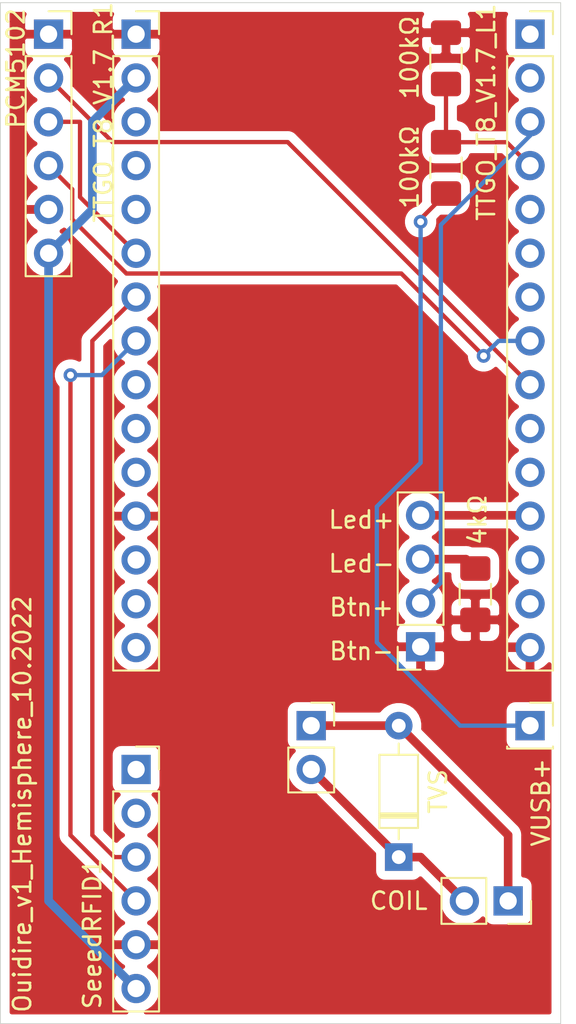
<source format=kicad_pcb>
(kicad_pcb (version 20171130) (host pcbnew "(5.1.6-0)")

  (general
    (thickness 1.6)
    (drawings 14)
    (tracks 58)
    (zones 0)
    (modules 12)
    (nets 35)
  )

  (page A4)
  (layers
    (0 F.Cu signal)
    (31 B.Cu signal)
    (32 B.Adhes user)
    (33 F.Adhes user)
    (34 B.Paste user)
    (35 F.Paste user)
    (36 B.SilkS user)
    (37 F.SilkS user)
    (38 B.Mask user)
    (39 F.Mask user)
    (40 Dwgs.User user)
    (41 Cmts.User user)
    (42 Eco1.User user)
    (43 Eco2.User user)
    (44 Edge.Cuts user)
    (45 Margin user)
    (46 B.CrtYd user)
    (47 F.CrtYd user)
    (48 B.Fab user)
    (49 F.Fab user hide)
  )

  (setup
    (last_trace_width 0.5)
    (user_trace_width 0.5)
    (user_trace_width 1)
    (trace_clearance 0.2)
    (zone_clearance 0.508)
    (zone_45_only no)
    (trace_min 0.2)
    (via_size 0.8)
    (via_drill 0.4)
    (via_min_size 0.4)
    (via_min_drill 0.3)
    (uvia_size 0.3)
    (uvia_drill 0.1)
    (uvias_allowed no)
    (uvia_min_size 0.2)
    (uvia_min_drill 0.1)
    (edge_width 0.05)
    (segment_width 0.2)
    (pcb_text_width 0.3)
    (pcb_text_size 1.5 1.5)
    (mod_edge_width 0.12)
    (mod_text_size 1 1)
    (mod_text_width 0.15)
    (pad_size 1.524 1.524)
    (pad_drill 0.762)
    (pad_to_mask_clearance 0.05)
    (aux_axis_origin 0 0)
    (visible_elements FFFFFF7F)
    (pcbplotparams
      (layerselection 0x010f0_ffffffff)
      (usegerberextensions false)
      (usegerberattributes true)
      (usegerberadvancedattributes true)
      (creategerberjobfile true)
      (excludeedgelayer true)
      (linewidth 0.100000)
      (plotframeref false)
      (viasonmask false)
      (mode 1)
      (useauxorigin false)
      (hpglpennumber 1)
      (hpglpenspeed 20)
      (hpglpendiameter 15.000000)
      (psnegative false)
      (psa4output false)
      (plotreference true)
      (plotvalue true)
      (plotinvisibletext false)
      (padsonsilk false)
      (subtractmaskfromsilk false)
      (outputformat 1)
      (mirror false)
      (drillshape 0)
      (scaleselection 1)
      (outputdirectory "GBR/"))
  )

  (net 0 "")
  (net 1 "Net-(Coil1-Pad2)")
  (net 2 "Net-(Coil1-Pad1)")
  (net 3 "Net-(J1-Pad1)")
  (net 4 GND)
  (net 5 RST)
  (net 6 "Net-(JST_LedBtn1-Pad3)")
  (net 7 LED)
  (net 8 BCK)
  (net 9 DOUT)
  (net 10 LCK)
  (net 11 +3V3)
  (net 12 RX)
  (net 13 TX)
  (net 14 "Net-(SeeedRFID1-Pad2)")
  (net 15 "Net-(SeeedRFID1-Pad1)")
  (net 16 "Net-(TTGO_T8_V1.7_L1-Pad1)")
  (net 17 "Net-(TTGO_T8_V1.7_L1-Pad2)")
  (net 18 "Net-(TTGO_T8_V1.7_L1-Pad5)")
  (net 19 "Net-(TTGO_T8_V1.7_L1-Pad6)")
  (net 20 "Net-(TTGO_T8_V1.7_L1-Pad7)")
  (net 21 "Net-(TTGO_T8_V1.7_L1-Pad10)")
  (net 22 "Net-(TTGO_T8_V1.7_L1-Pad11)")
  (net 23 "Net-(TTGO_T8_V1.7_L1-Pad13)")
  (net 24 "Net-(TTGO_T8_V1.7_L1-Pad14)")
  (net 25 "Net-(TTGO_T8_V1.7_R1-Pad15)")
  (net 26 "Net-(TTGO_T8_V1.7_R1-Pad14)")
  (net 27 "Net-(TTGO_T8_V1.7_R1-Pad13)")
  (net 28 "Net-(TTGO_T8_V1.7_R1-Pad11)")
  (net 29 "Net-(TTGO_T8_V1.7_R1-Pad10)")
  (net 30 "Net-(TTGO_T8_V1.7_R1-Pad9)")
  (net 31 "Net-(TTGO_T8_V1.7_R1-Pad5)")
  (net 32 "Net-(TTGO_T8_V1.7_R1-Pad4)")
  (net 33 "Net-(TTGO_T8_V1.7_R1-Pad3)")
  (net 34 "Net-(R1-Pad2)")

  (net_class Default "This is the default net class."
    (clearance 0.2)
    (trace_width 0.25)
    (via_dia 0.8)
    (via_drill 0.4)
    (uvia_dia 0.3)
    (uvia_drill 0.1)
    (add_net +3V3)
    (add_net BCK)
    (add_net DOUT)
    (add_net GND)
    (add_net LCK)
    (add_net LED)
    (add_net "Net-(Coil1-Pad1)")
    (add_net "Net-(Coil1-Pad2)")
    (add_net "Net-(J1-Pad1)")
    (add_net "Net-(JST_LedBtn1-Pad3)")
    (add_net "Net-(R1-Pad2)")
    (add_net "Net-(SeeedRFID1-Pad1)")
    (add_net "Net-(SeeedRFID1-Pad2)")
    (add_net "Net-(TTGO_T8_V1.7_L1-Pad1)")
    (add_net "Net-(TTGO_T8_V1.7_L1-Pad10)")
    (add_net "Net-(TTGO_T8_V1.7_L1-Pad11)")
    (add_net "Net-(TTGO_T8_V1.7_L1-Pad13)")
    (add_net "Net-(TTGO_T8_V1.7_L1-Pad14)")
    (add_net "Net-(TTGO_T8_V1.7_L1-Pad2)")
    (add_net "Net-(TTGO_T8_V1.7_L1-Pad5)")
    (add_net "Net-(TTGO_T8_V1.7_L1-Pad6)")
    (add_net "Net-(TTGO_T8_V1.7_L1-Pad7)")
    (add_net "Net-(TTGO_T8_V1.7_R1-Pad10)")
    (add_net "Net-(TTGO_T8_V1.7_R1-Pad11)")
    (add_net "Net-(TTGO_T8_V1.7_R1-Pad13)")
    (add_net "Net-(TTGO_T8_V1.7_R1-Pad14)")
    (add_net "Net-(TTGO_T8_V1.7_R1-Pad15)")
    (add_net "Net-(TTGO_T8_V1.7_R1-Pad3)")
    (add_net "Net-(TTGO_T8_V1.7_R1-Pad4)")
    (add_net "Net-(TTGO_T8_V1.7_R1-Pad5)")
    (add_net "Net-(TTGO_T8_V1.7_R1-Pad9)")
    (add_net RST)
    (add_net RX)
    (add_net TX)
  )

  (module Connector_PinSocket_2.54mm:PinSocket_1x06_P2.54mm_Vertical (layer F.Cu) (tedit 5A19A430) (tstamp 6336E2E2)
    (at 127 76.755001)
    (descr "Through hole straight socket strip, 1x06, 2.54mm pitch, single row (from Kicad 4.0.7), script generated")
    (tags "Through hole socket strip THT 1x06 2.54mm single row")
    (path /633B038A)
    (fp_text reference PCM5102 (at -1.905 1.984999 90) (layer F.SilkS)
      (effects (font (size 1 1) (thickness 0.15)))
    )
    (fp_text value Conn_01x06_Female (at 0 15.47) (layer F.Fab)
      (effects (font (size 1 1) (thickness 0.15)))
    )
    (fp_line (start -1.27 -1.27) (end 0.635 -1.27) (layer F.Fab) (width 0.1))
    (fp_line (start 0.635 -1.27) (end 1.27 -0.635) (layer F.Fab) (width 0.1))
    (fp_line (start 1.27 -0.635) (end 1.27 13.97) (layer F.Fab) (width 0.1))
    (fp_line (start 1.27 13.97) (end -1.27 13.97) (layer F.Fab) (width 0.1))
    (fp_line (start -1.27 13.97) (end -1.27 -1.27) (layer F.Fab) (width 0.1))
    (fp_line (start -1.33 1.27) (end 1.33 1.27) (layer F.SilkS) (width 0.12))
    (fp_line (start -1.33 1.27) (end -1.33 14.03) (layer F.SilkS) (width 0.12))
    (fp_line (start -1.33 14.03) (end 1.33 14.03) (layer F.SilkS) (width 0.12))
    (fp_line (start 1.33 1.27) (end 1.33 14.03) (layer F.SilkS) (width 0.12))
    (fp_line (start 1.33 -1.33) (end 1.33 0) (layer F.SilkS) (width 0.12))
    (fp_line (start 0 -1.33) (end 1.33 -1.33) (layer F.SilkS) (width 0.12))
    (fp_line (start -1.8 -1.8) (end 1.75 -1.8) (layer F.CrtYd) (width 0.05))
    (fp_line (start 1.75 -1.8) (end 1.75 14.45) (layer F.CrtYd) (width 0.05))
    (fp_line (start 1.75 14.45) (end -1.8 14.45) (layer F.CrtYd) (width 0.05))
    (fp_line (start -1.8 14.45) (end -1.8 -1.8) (layer F.CrtYd) (width 0.05))
    (fp_text user %R (at 0 6.35 90) (layer F.Fab)
      (effects (font (size 1 1) (thickness 0.15)))
    )
    (pad 1 thru_hole rect (at 0 0) (size 1.7 1.7) (drill 1) (layers *.Cu *.Mask)
      (net 4 GND))
    (pad 2 thru_hole oval (at 0 2.54) (size 1.7 1.7) (drill 1) (layers *.Cu *.Mask)
      (net 8 BCK))
    (pad 3 thru_hole oval (at 0 5.08) (size 1.7 1.7) (drill 1) (layers *.Cu *.Mask)
      (net 9 DOUT))
    (pad 4 thru_hole oval (at 0 7.62) (size 1.7 1.7) (drill 1) (layers *.Cu *.Mask)
      (net 10 LCK))
    (pad 5 thru_hole oval (at 0 10.16) (size 1.7 1.7) (drill 1) (layers *.Cu *.Mask)
      (net 4 GND))
    (pad 6 thru_hole oval (at 0 12.7) (size 1.7 1.7) (drill 1) (layers *.Cu *.Mask)
      (net 11 +3V3))
    (model ${KISYS3DMOD}/Connector_PinSocket_2.54mm.3dshapes/PinSocket_1x06_P2.54mm_Vertical.wrl
      (at (xyz 0 0 0))
      (scale (xyz 1 1 1))
      (rotate (xyz 0 0 0))
    )
  )

  (module Connector_PinSocket_2.54mm:PinSocket_1x04_P2.54mm_Vertical (layer F.Cu) (tedit 5A19A429) (tstamp 633ADB2A)
    (at 148.59 112.268 180)
    (descr "Through hole straight socket strip, 1x04, 2.54mm pitch, single row (from Kicad 4.0.7), script generated")
    (tags "Through hole socket strip THT 1x04 2.54mm single row")
    (path /6337D97B)
    (fp_text reference JST_LedBtn1 (at 5.31876 3.29184 90) (layer F.SilkS) hide
      (effects (font (size 1 1) (thickness 0.15)))
    )
    (fp_text value Conn_01x04_Female (at 0 10.39) (layer F.Fab)
      (effects (font (size 1 1) (thickness 0.15)))
    )
    (fp_line (start -1.27 -1.27) (end 0.635 -1.27) (layer F.Fab) (width 0.1))
    (fp_line (start 0.635 -1.27) (end 1.27 -0.635) (layer F.Fab) (width 0.1))
    (fp_line (start 1.27 -0.635) (end 1.27 8.89) (layer F.Fab) (width 0.1))
    (fp_line (start 1.27 8.89) (end -1.27 8.89) (layer F.Fab) (width 0.1))
    (fp_line (start -1.27 8.89) (end -1.27 -1.27) (layer F.Fab) (width 0.1))
    (fp_line (start -1.33 1.27) (end 1.33 1.27) (layer F.SilkS) (width 0.12))
    (fp_line (start -1.33 1.27) (end -1.33 8.95) (layer F.SilkS) (width 0.12))
    (fp_line (start -1.33 8.95) (end 1.33 8.95) (layer F.SilkS) (width 0.12))
    (fp_line (start 1.33 1.27) (end 1.33 8.95) (layer F.SilkS) (width 0.12))
    (fp_line (start 1.33 -1.33) (end 1.33 0) (layer F.SilkS) (width 0.12))
    (fp_line (start 0 -1.33) (end 1.33 -1.33) (layer F.SilkS) (width 0.12))
    (fp_line (start -1.8 -1.8) (end 1.75 -1.8) (layer F.CrtYd) (width 0.05))
    (fp_line (start 1.75 -1.8) (end 1.75 9.4) (layer F.CrtYd) (width 0.05))
    (fp_line (start 1.75 9.4) (end -1.8 9.4) (layer F.CrtYd) (width 0.05))
    (fp_line (start -1.8 9.4) (end -1.8 -1.8) (layer F.CrtYd) (width 0.05))
    (fp_text user %R (at 0 3.81 90) (layer F.Fab)
      (effects (font (size 1 1) (thickness 0.15)))
    )
    (pad 1 thru_hole rect (at 0 0 180) (size 1.7 1.7) (drill 1) (layers *.Cu *.Mask)
      (net 4 GND))
    (pad 2 thru_hole oval (at 0 2.54 180) (size 1.7 1.7) (drill 1) (layers *.Cu *.Mask)
      (net 5 RST))
    (pad 3 thru_hole oval (at 0 5.08 180) (size 1.7 1.7) (drill 1) (layers *.Cu *.Mask)
      (net 6 "Net-(JST_LedBtn1-Pad3)"))
    (pad 4 thru_hole oval (at 0 7.62 180) (size 1.7 1.7) (drill 1) (layers *.Cu *.Mask)
      (net 7 LED))
    (model ${KISYS3DMOD}/Connector_PinSocket_2.54mm.3dshapes/PinSocket_1x04_P2.54mm_Vertical.wrl
      (at (xyz 0 0 0))
      (scale (xyz 1 1 1))
      (rotate (xyz 0 0 0))
    )
  )

  (module Connector_PinSocket_2.54mm:PinSocket_1x02_P2.54mm_Vertical (layer F.Cu) (tedit 5A19A420) (tstamp 6336E267)
    (at 142.24 116.84)
    (descr "Through hole straight socket strip, 1x02, 2.54mm pitch, single row (from Kicad 4.0.7), script generated")
    (tags "Through hole socket strip THT 1x02 2.54mm single row")
    (path /633363F5)
    (fp_text reference Coil1 (at 0 -2.77) (layer F.SilkS) hide
      (effects (font (size 1 1) (thickness 0.15)))
    )
    (fp_text value Conn_01x02 (at 0 5.31) (layer F.Fab)
      (effects (font (size 1 1) (thickness 0.15)))
    )
    (fp_line (start -1.8 4.3) (end -1.8 -1.8) (layer F.CrtYd) (width 0.05))
    (fp_line (start 1.75 4.3) (end -1.8 4.3) (layer F.CrtYd) (width 0.05))
    (fp_line (start 1.75 -1.8) (end 1.75 4.3) (layer F.CrtYd) (width 0.05))
    (fp_line (start -1.8 -1.8) (end 1.75 -1.8) (layer F.CrtYd) (width 0.05))
    (fp_line (start 0 -1.33) (end 1.33 -1.33) (layer F.SilkS) (width 0.12))
    (fp_line (start 1.33 -1.33) (end 1.33 0) (layer F.SilkS) (width 0.12))
    (fp_line (start 1.33 1.27) (end 1.33 3.87) (layer F.SilkS) (width 0.12))
    (fp_line (start -1.33 3.87) (end 1.33 3.87) (layer F.SilkS) (width 0.12))
    (fp_line (start -1.33 1.27) (end -1.33 3.87) (layer F.SilkS) (width 0.12))
    (fp_line (start -1.33 1.27) (end 1.33 1.27) (layer F.SilkS) (width 0.12))
    (fp_line (start -1.27 3.81) (end -1.27 -1.27) (layer F.Fab) (width 0.1))
    (fp_line (start 1.27 3.81) (end -1.27 3.81) (layer F.Fab) (width 0.1))
    (fp_line (start 1.27 -0.635) (end 1.27 3.81) (layer F.Fab) (width 0.1))
    (fp_line (start 0.635 -1.27) (end 1.27 -0.635) (layer F.Fab) (width 0.1))
    (fp_line (start -1.27 -1.27) (end 0.635 -1.27) (layer F.Fab) (width 0.1))
    (fp_text user %R (at 0 1.27 90) (layer F.Fab)
      (effects (font (size 1 1) (thickness 0.15)))
    )
    (pad 2 thru_hole oval (at 0 2.54) (size 1.7 1.7) (drill 1) (layers *.Cu *.Mask)
      (net 1 "Net-(Coil1-Pad2)"))
    (pad 1 thru_hole rect (at 0 0) (size 1.7 1.7) (drill 1) (layers *.Cu *.Mask)
      (net 2 "Net-(Coil1-Pad1)"))
    (model ${KISYS3DMOD}/Connector_PinSocket_2.54mm.3dshapes/PinSocket_1x02_P2.54mm_Vertical.wrl
      (at (xyz 0 0 0))
      (scale (xyz 1 1 1))
      (rotate (xyz 0 0 0))
    )
  )

  (module Connector_PinSocket_2.54mm:PinSocket_1x02_P2.54mm_Vertical (layer F.Cu) (tedit 5A19A420) (tstamp 633AFA0B)
    (at 153.67 127 270)
    (descr "Through hole straight socket strip, 1x02, 2.54mm pitch, single row (from Kicad 4.0.7), script generated")
    (tags "Through hole socket strip THT 1x02 2.54mm single row")
    (path /633305B0)
    (fp_text reference Coil2 (at 0 5.08 90) (layer F.SilkS) hide
      (effects (font (size 1 1) (thickness 0.15)))
    )
    (fp_text value Conn_01x02_Female (at 0 5.31 90) (layer F.Fab)
      (effects (font (size 1 1) (thickness 0.15)))
    )
    (fp_line (start -1.27 -1.27) (end 0.635 -1.27) (layer F.Fab) (width 0.1))
    (fp_line (start 0.635 -1.27) (end 1.27 -0.635) (layer F.Fab) (width 0.1))
    (fp_line (start 1.27 -0.635) (end 1.27 3.81) (layer F.Fab) (width 0.1))
    (fp_line (start 1.27 3.81) (end -1.27 3.81) (layer F.Fab) (width 0.1))
    (fp_line (start -1.27 3.81) (end -1.27 -1.27) (layer F.Fab) (width 0.1))
    (fp_line (start -1.33 1.27) (end 1.33 1.27) (layer F.SilkS) (width 0.12))
    (fp_line (start -1.33 1.27) (end -1.33 3.87) (layer F.SilkS) (width 0.12))
    (fp_line (start -1.33 3.87) (end 1.33 3.87) (layer F.SilkS) (width 0.12))
    (fp_line (start 1.33 1.27) (end 1.33 3.87) (layer F.SilkS) (width 0.12))
    (fp_line (start 1.33 -1.33) (end 1.33 0) (layer F.SilkS) (width 0.12))
    (fp_line (start 0 -1.33) (end 1.33 -1.33) (layer F.SilkS) (width 0.12))
    (fp_line (start -1.8 -1.8) (end 1.75 -1.8) (layer F.CrtYd) (width 0.05))
    (fp_line (start 1.75 -1.8) (end 1.75 4.3) (layer F.CrtYd) (width 0.05))
    (fp_line (start 1.75 4.3) (end -1.8 4.3) (layer F.CrtYd) (width 0.05))
    (fp_line (start -1.8 4.3) (end -1.8 -1.8) (layer F.CrtYd) (width 0.05))
    (fp_text user %R (at 0 1.27) (layer F.Fab)
      (effects (font (size 1 1) (thickness 0.15)))
    )
    (pad 1 thru_hole rect (at 0 0 270) (size 1.7 1.7) (drill 1) (layers *.Cu *.Mask)
      (net 2 "Net-(Coil1-Pad1)"))
    (pad 2 thru_hole oval (at 0 2.54 270) (size 1.7 1.7) (drill 1) (layers *.Cu *.Mask)
      (net 1 "Net-(Coil1-Pad2)"))
    (model ${KISYS3DMOD}/Connector_PinSocket_2.54mm.3dshapes/PinSocket_1x02_P2.54mm_Vertical.wrl
      (at (xyz 0 0 0))
      (scale (xyz 1 1 1))
      (rotate (xyz 0 0 0))
    )
  )

  (module Diode_THT:D_DO-35_SOD27_P7.62mm_Horizontal (layer F.Cu) (tedit 5AE50CD5) (tstamp 6336E29C)
    (at 147.32 124.46 90)
    (descr "Diode, DO-35_SOD27 series, Axial, Horizontal, pin pitch=7.62mm, , length*diameter=4*2mm^2, , http://www.diodes.com/_files/packages/DO-35.pdf")
    (tags "Diode DO-35_SOD27 series Axial Horizontal pin pitch 7.62mm  length 4mm diameter 2mm")
    (path /6332D1AE)
    (fp_text reference D1 (at 3.81 2.54 270) (layer F.SilkS) hide
      (effects (font (size 1 1) (thickness 0.15)))
    )
    (fp_text value D_TVS (at 3.81 2.12 90) (layer F.Fab)
      (effects (font (size 1 1) (thickness 0.15)))
    )
    (fp_line (start 1.81 -1) (end 1.81 1) (layer F.Fab) (width 0.1))
    (fp_line (start 1.81 1) (end 5.81 1) (layer F.Fab) (width 0.1))
    (fp_line (start 5.81 1) (end 5.81 -1) (layer F.Fab) (width 0.1))
    (fp_line (start 5.81 -1) (end 1.81 -1) (layer F.Fab) (width 0.1))
    (fp_line (start 0 0) (end 1.81 0) (layer F.Fab) (width 0.1))
    (fp_line (start 7.62 0) (end 5.81 0) (layer F.Fab) (width 0.1))
    (fp_line (start 2.41 -1) (end 2.41 1) (layer F.Fab) (width 0.1))
    (fp_line (start 2.51 -1) (end 2.51 1) (layer F.Fab) (width 0.1))
    (fp_line (start 2.31 -1) (end 2.31 1) (layer F.Fab) (width 0.1))
    (fp_line (start 1.69 -1.12) (end 1.69 1.12) (layer F.SilkS) (width 0.12))
    (fp_line (start 1.69 1.12) (end 5.93 1.12) (layer F.SilkS) (width 0.12))
    (fp_line (start 5.93 1.12) (end 5.93 -1.12) (layer F.SilkS) (width 0.12))
    (fp_line (start 5.93 -1.12) (end 1.69 -1.12) (layer F.SilkS) (width 0.12))
    (fp_line (start 1.04 0) (end 1.69 0) (layer F.SilkS) (width 0.12))
    (fp_line (start 6.58 0) (end 5.93 0) (layer F.SilkS) (width 0.12))
    (fp_line (start 2.41 -1.12) (end 2.41 1.12) (layer F.SilkS) (width 0.12))
    (fp_line (start 2.53 -1.12) (end 2.53 1.12) (layer F.SilkS) (width 0.12))
    (fp_line (start 2.29 -1.12) (end 2.29 1.12) (layer F.SilkS) (width 0.12))
    (fp_line (start -1.05 -1.25) (end -1.05 1.25) (layer F.CrtYd) (width 0.05))
    (fp_line (start -1.05 1.25) (end 8.67 1.25) (layer F.CrtYd) (width 0.05))
    (fp_line (start 8.67 1.25) (end 8.67 -1.25) (layer F.CrtYd) (width 0.05))
    (fp_line (start 8.67 -1.25) (end -1.05 -1.25) (layer F.CrtYd) (width 0.05))
    (fp_text user %R (at 4.11 0 90) (layer F.Fab)
      (effects (font (size 0.8 0.8) (thickness 0.12)))
    )
    (fp_text user K (at 0 -1.8 90) (layer F.Fab)
      (effects (font (size 1 1) (thickness 0.15)))
    )
    (pad 1 thru_hole rect (at 0 0 90) (size 1.6 1.6) (drill 0.8) (layers *.Cu *.Mask)
      (net 1 "Net-(Coil1-Pad2)"))
    (pad 2 thru_hole oval (at 7.62 0 90) (size 1.6 1.6) (drill 0.8) (layers *.Cu *.Mask)
      (net 2 "Net-(Coil1-Pad1)"))
    (model ${KISYS3DMOD}/Diode_THT.3dshapes/D_DO-35_SOD27_P7.62mm_Horizontal.wrl
      (at (xyz 0 0 0))
      (scale (xyz 1 1 1))
      (rotate (xyz 0 0 0))
    )
  )

  (module Connector_PinSocket_2.54mm:PinSocket_1x01_P2.54mm_Vertical (layer F.Cu) (tedit 5A19A434) (tstamp 633AB1C9)
    (at 154.94 116.84)
    (descr "Through hole straight socket strip, 1x01, 2.54mm pitch, single row (from Kicad 4.0.7), script generated")
    (tags "Through hole socket strip THT 1x01 2.54mm single row")
    (path /633711BB)
    (fp_text reference VUSB+ (at 0.635 4.445 90) (layer F.SilkS)
      (effects (font (size 1 1) (thickness 0.15)))
    )
    (fp_text value Conn_01x01_Female (at 0 2.77) (layer F.Fab)
      (effects (font (size 1 1) (thickness 0.15)))
    )
    (fp_line (start -1.27 -1.27) (end 0.635 -1.27) (layer F.Fab) (width 0.1))
    (fp_line (start 0.635 -1.27) (end 1.27 -0.635) (layer F.Fab) (width 0.1))
    (fp_line (start 1.27 -0.635) (end 1.27 1.27) (layer F.Fab) (width 0.1))
    (fp_line (start 1.27 1.27) (end -1.27 1.27) (layer F.Fab) (width 0.1))
    (fp_line (start -1.27 1.27) (end -1.27 -1.27) (layer F.Fab) (width 0.1))
    (fp_line (start -1.33 1.33) (end 1.33 1.33) (layer F.SilkS) (width 0.12))
    (fp_line (start -1.33 1.21) (end -1.33 1.33) (layer F.SilkS) (width 0.12))
    (fp_line (start 1.33 1.21) (end 1.33 1.33) (layer F.SilkS) (width 0.12))
    (fp_line (start 1.33 -1.33) (end 1.33 0) (layer F.SilkS) (width 0.12))
    (fp_line (start 0 -1.33) (end 1.33 -1.33) (layer F.SilkS) (width 0.12))
    (fp_line (start -1.8 -1.8) (end 1.75 -1.8) (layer F.CrtYd) (width 0.05))
    (fp_line (start 1.75 -1.8) (end 1.75 1.75) (layer F.CrtYd) (width 0.05))
    (fp_line (start 1.75 1.75) (end -1.8 1.75) (layer F.CrtYd) (width 0.05))
    (fp_line (start -1.8 1.75) (end -1.8 -1.8) (layer F.CrtYd) (width 0.05))
    (fp_text user %R (at 0 0) (layer F.Fab)
      (effects (font (size 1 1) (thickness 0.15)))
    )
    (pad 1 thru_hole rect (at 0 0) (size 1.7 1.7) (drill 1) (layers *.Cu *.Mask)
      (net 3 "Net-(J1-Pad1)"))
    (model ${KISYS3DMOD}/Connector_PinSocket_2.54mm.3dshapes/PinSocket_1x01_P2.54mm_Vertical.wrl
      (at (xyz 0 0 0))
      (scale (xyz 1 1 1))
      (rotate (xyz 0 0 0))
    )
  )

  (module Resistor_SMD:R_1206_3216Metric_Pad1.42x1.75mm_HandSolder (layer F.Cu) (tedit 5B301BBD) (tstamp 6336E2F3)
    (at 150.0632 84.5058 90)
    (descr "Resistor SMD 1206 (3216 Metric), square (rectangular) end terminal, IPC_7351 nominal with elongated pad for handsoldering. (Body size source: http://www.tortai-tech.com/upload/download/2011102023233369053.pdf), generated with kicad-footprint-generator")
    (tags "resistor handsolder")
    (path /63360C37)
    (attr smd)
    (fp_text reference R1 (at 0 1.99 90) (layer F.SilkS) hide
      (effects (font (size 1 1) (thickness 0.15)))
    )
    (fp_text value 100k (at 0 1.82 90) (layer F.Fab)
      (effects (font (size 1 1) (thickness 0.15)))
    )
    (fp_line (start -1.6 0.8) (end -1.6 -0.8) (layer F.Fab) (width 0.1))
    (fp_line (start -1.6 -0.8) (end 1.6 -0.8) (layer F.Fab) (width 0.1))
    (fp_line (start 1.6 -0.8) (end 1.6 0.8) (layer F.Fab) (width 0.1))
    (fp_line (start 1.6 0.8) (end -1.6 0.8) (layer F.Fab) (width 0.1))
    (fp_line (start -0.602064 -0.91) (end 0.602064 -0.91) (layer F.SilkS) (width 0.12))
    (fp_line (start -0.602064 0.91) (end 0.602064 0.91) (layer F.SilkS) (width 0.12))
    (fp_line (start -2.45 1.12) (end -2.45 -1.12) (layer F.CrtYd) (width 0.05))
    (fp_line (start -2.45 -1.12) (end 2.45 -1.12) (layer F.CrtYd) (width 0.05))
    (fp_line (start 2.45 -1.12) (end 2.45 1.12) (layer F.CrtYd) (width 0.05))
    (fp_line (start 2.45 1.12) (end -2.45 1.12) (layer F.CrtYd) (width 0.05))
    (fp_text user %R (at 0 0 90) (layer F.Fab)
      (effects (font (size 0.8 0.8) (thickness 0.12)))
    )
    (pad 1 smd roundrect (at -1.4875 0 90) (size 1.425 1.75) (layers F.Cu F.Paste F.Mask) (roundrect_rratio 0.175439)
      (net 3 "Net-(J1-Pad1)"))
    (pad 2 smd roundrect (at 1.4875 0 90) (size 1.425 1.75) (layers F.Cu F.Paste F.Mask) (roundrect_rratio 0.175439)
      (net 34 "Net-(R1-Pad2)"))
    (model ${KISYS3DMOD}/Resistor_SMD.3dshapes/R_1206_3216Metric.wrl
      (at (xyz 0 0 0))
      (scale (xyz 1 1 1))
      (rotate (xyz 0 0 0))
    )
  )

  (module Resistor_SMD:R_1206_3216Metric_Pad1.42x1.75mm_HandSolder (layer F.Cu) (tedit 5B301BBD) (tstamp 633AEEE6)
    (at 150.0632 78.1558 90)
    (descr "Resistor SMD 1206 (3216 Metric), square (rectangular) end terminal, IPC_7351 nominal with elongated pad for handsoldering. (Body size source: http://www.tortai-tech.com/upload/download/2011102023233369053.pdf), generated with kicad-footprint-generator")
    (tags "resistor handsolder")
    (path /633610FA)
    (attr smd)
    (fp_text reference R2 (at 0 1.99 90) (layer F.SilkS) hide
      (effects (font (size 1 1) (thickness 0.15)))
    )
    (fp_text value 100k (at 0 1.82 90) (layer F.Fab)
      (effects (font (size 1 1) (thickness 0.15)))
    )
    (fp_line (start 2.45 1.12) (end -2.45 1.12) (layer F.CrtYd) (width 0.05))
    (fp_line (start 2.45 -1.12) (end 2.45 1.12) (layer F.CrtYd) (width 0.05))
    (fp_line (start -2.45 -1.12) (end 2.45 -1.12) (layer F.CrtYd) (width 0.05))
    (fp_line (start -2.45 1.12) (end -2.45 -1.12) (layer F.CrtYd) (width 0.05))
    (fp_line (start -0.602064 0.91) (end 0.602064 0.91) (layer F.SilkS) (width 0.12))
    (fp_line (start -0.602064 -0.91) (end 0.602064 -0.91) (layer F.SilkS) (width 0.12))
    (fp_line (start 1.6 0.8) (end -1.6 0.8) (layer F.Fab) (width 0.1))
    (fp_line (start 1.6 -0.8) (end 1.6 0.8) (layer F.Fab) (width 0.1))
    (fp_line (start -1.6 -0.8) (end 1.6 -0.8) (layer F.Fab) (width 0.1))
    (fp_line (start -1.6 0.8) (end -1.6 -0.8) (layer F.Fab) (width 0.1))
    (fp_text user %R (at 0 0 90) (layer F.Fab)
      (effects (font (size 0.8 0.8) (thickness 0.12)))
    )
    (pad 2 smd roundrect (at 1.4875 0 90) (size 1.425 1.75) (layers F.Cu F.Paste F.Mask) (roundrect_rratio 0.175439)
      (net 4 GND))
    (pad 1 smd roundrect (at -1.4875 0 90) (size 1.425 1.75) (layers F.Cu F.Paste F.Mask) (roundrect_rratio 0.175439)
      (net 34 "Net-(R1-Pad2)"))
    (model ${KISYS3DMOD}/Resistor_SMD.3dshapes/R_1206_3216Metric.wrl
      (at (xyz 0 0 0))
      (scale (xyz 1 1 1))
      (rotate (xyz 0 0 0))
    )
  )

  (module Resistor_SMD:R_1206_3216Metric_Pad1.42x1.75mm_HandSolder (layer F.Cu) (tedit 5B301BBD) (tstamp 633ADC7E)
    (at 151.765 109.22 90)
    (descr "Resistor SMD 1206 (3216 Metric), square (rectangular) end terminal, IPC_7351 nominal with elongated pad for handsoldering. (Body size source: http://www.tortai-tech.com/upload/download/2011102023233369053.pdf), generated with kicad-footprint-generator")
    (tags "resistor handsolder")
    (path /63361660)
    (attr smd)
    (fp_text reference R3 (at 3.81 0 90) (layer F.SilkS) hide
      (effects (font (size 1 1) (thickness 0.15)))
    )
    (fp_text value 4k (at 0 1.82 90) (layer F.Fab)
      (effects (font (size 1 1) (thickness 0.15)))
    )
    (fp_line (start -1.6 0.8) (end -1.6 -0.8) (layer F.Fab) (width 0.1))
    (fp_line (start -1.6 -0.8) (end 1.6 -0.8) (layer F.Fab) (width 0.1))
    (fp_line (start 1.6 -0.8) (end 1.6 0.8) (layer F.Fab) (width 0.1))
    (fp_line (start 1.6 0.8) (end -1.6 0.8) (layer F.Fab) (width 0.1))
    (fp_line (start -0.602064 -0.91) (end 0.602064 -0.91) (layer F.SilkS) (width 0.12))
    (fp_line (start -0.602064 0.91) (end 0.602064 0.91) (layer F.SilkS) (width 0.12))
    (fp_line (start -2.45 1.12) (end -2.45 -1.12) (layer F.CrtYd) (width 0.05))
    (fp_line (start -2.45 -1.12) (end 2.45 -1.12) (layer F.CrtYd) (width 0.05))
    (fp_line (start 2.45 -1.12) (end 2.45 1.12) (layer F.CrtYd) (width 0.05))
    (fp_line (start 2.45 1.12) (end -2.45 1.12) (layer F.CrtYd) (width 0.05))
    (fp_text user %R (at 0 0 90) (layer F.Fab)
      (effects (font (size 0.8 0.8) (thickness 0.12)))
    )
    (pad 1 smd roundrect (at -1.4875 0 90) (size 1.425 1.75) (layers F.Cu F.Paste F.Mask) (roundrect_rratio 0.175439)
      (net 4 GND))
    (pad 2 smd roundrect (at 1.4875 0 90) (size 1.425 1.75) (layers F.Cu F.Paste F.Mask) (roundrect_rratio 0.175439)
      (net 6 "Net-(JST_LedBtn1-Pad3)"))
    (model ${KISYS3DMOD}/Resistor_SMD.3dshapes/R_1206_3216Metric.wrl
      (at (xyz 0 0 0))
      (scale (xyz 1 1 1))
      (rotate (xyz 0 0 0))
    )
  )

  (module Connector_PinSocket_2.54mm:PinSocket_1x06_P2.54mm_Vertical (layer F.Cu) (tedit 5A19A430) (tstamp 6336E32F)
    (at 132.08 119.38)
    (descr "Through hole straight socket strip, 1x06, 2.54mm pitch, single row (from Kicad 4.0.7), script generated")
    (tags "Through hole socket strip THT 1x06 2.54mm single row")
    (path /633B25C9)
    (fp_text reference SeeedRFID1 (at -2.54 9.525 90) (layer F.SilkS)
      (effects (font (size 1 1) (thickness 0.15)))
    )
    (fp_text value Conn_01x06_Female (at 0 15.47) (layer F.Fab)
      (effects (font (size 1 1) (thickness 0.15)))
    )
    (fp_line (start -1.8 14.45) (end -1.8 -1.8) (layer F.CrtYd) (width 0.05))
    (fp_line (start 1.75 14.45) (end -1.8 14.45) (layer F.CrtYd) (width 0.05))
    (fp_line (start 1.75 -1.8) (end 1.75 14.45) (layer F.CrtYd) (width 0.05))
    (fp_line (start -1.8 -1.8) (end 1.75 -1.8) (layer F.CrtYd) (width 0.05))
    (fp_line (start 0 -1.33) (end 1.33 -1.33) (layer F.SilkS) (width 0.12))
    (fp_line (start 1.33 -1.33) (end 1.33 0) (layer F.SilkS) (width 0.12))
    (fp_line (start 1.33 1.27) (end 1.33 14.03) (layer F.SilkS) (width 0.12))
    (fp_line (start -1.33 14.03) (end 1.33 14.03) (layer F.SilkS) (width 0.12))
    (fp_line (start -1.33 1.27) (end -1.33 14.03) (layer F.SilkS) (width 0.12))
    (fp_line (start -1.33 1.27) (end 1.33 1.27) (layer F.SilkS) (width 0.12))
    (fp_line (start -1.27 13.97) (end -1.27 -1.27) (layer F.Fab) (width 0.1))
    (fp_line (start 1.27 13.97) (end -1.27 13.97) (layer F.Fab) (width 0.1))
    (fp_line (start 1.27 -0.635) (end 1.27 13.97) (layer F.Fab) (width 0.1))
    (fp_line (start 0.635 -1.27) (end 1.27 -0.635) (layer F.Fab) (width 0.1))
    (fp_line (start -1.27 -1.27) (end 0.635 -1.27) (layer F.Fab) (width 0.1))
    (fp_text user %R (at 0 6.35 90) (layer F.Fab)
      (effects (font (size 1 1) (thickness 0.15)))
    )
    (pad 6 thru_hole oval (at 0 12.7) (size 1.7 1.7) (drill 1) (layers *.Cu *.Mask)
      (net 11 +3V3))
    (pad 5 thru_hole oval (at 0 10.16) (size 1.7 1.7) (drill 1) (layers *.Cu *.Mask)
      (net 4 GND))
    (pad 4 thru_hole oval (at 0 7.62) (size 1.7 1.7) (drill 1) (layers *.Cu *.Mask)
      (net 12 RX))
    (pad 3 thru_hole oval (at 0 5.08) (size 1.7 1.7) (drill 1) (layers *.Cu *.Mask)
      (net 13 TX))
    (pad 2 thru_hole oval (at 0 2.54) (size 1.7 1.7) (drill 1) (layers *.Cu *.Mask)
      (net 14 "Net-(SeeedRFID1-Pad2)"))
    (pad 1 thru_hole rect (at 0 0) (size 1.7 1.7) (drill 1) (layers *.Cu *.Mask)
      (net 15 "Net-(SeeedRFID1-Pad1)"))
    (model ${KISYS3DMOD}/Connector_PinSocket_2.54mm.3dshapes/PinSocket_1x06_P2.54mm_Vertical.wrl
      (at (xyz 0 0 0))
      (scale (xyz 1 1 1))
      (rotate (xyz 0 0 0))
    )
  )

  (module Connector_PinSocket_2.54mm:PinSocket_1x15_P2.54mm_Vertical (layer F.Cu) (tedit 5A19A41D) (tstamp 6336E352)
    (at 154.94 76.755001)
    (descr "Through hole straight socket strip, 1x15, 2.54mm pitch, single row (from Kicad 4.0.7), script generated")
    (tags "Through hole socket strip THT 1x15 2.54mm single row")
    (path /63381869)
    (fp_text reference TTGO_T8_V1.7_L1 (at -2.54 4.524999 90) (layer F.SilkS)
      (effects (font (size 1 1) (thickness 0.15)))
    )
    (fp_text value Conn_01x15_Female (at 0 38.33) (layer F.Fab)
      (effects (font (size 1 1) (thickness 0.15)))
    )
    (fp_line (start -1.27 -1.27) (end 0.635 -1.27) (layer F.Fab) (width 0.1))
    (fp_line (start 0.635 -1.27) (end 1.27 -0.635) (layer F.Fab) (width 0.1))
    (fp_line (start 1.27 -0.635) (end 1.27 36.83) (layer F.Fab) (width 0.1))
    (fp_line (start 1.27 36.83) (end -1.27 36.83) (layer F.Fab) (width 0.1))
    (fp_line (start -1.27 36.83) (end -1.27 -1.27) (layer F.Fab) (width 0.1))
    (fp_line (start -1.33 1.27) (end 1.33 1.27) (layer F.SilkS) (width 0.12))
    (fp_line (start -1.33 1.27) (end -1.33 36.89) (layer F.SilkS) (width 0.12))
    (fp_line (start -1.33 36.89) (end 1.33 36.89) (layer F.SilkS) (width 0.12))
    (fp_line (start 1.33 1.27) (end 1.33 36.89) (layer F.SilkS) (width 0.12))
    (fp_line (start 1.33 -1.33) (end 1.33 0) (layer F.SilkS) (width 0.12))
    (fp_line (start 0 -1.33) (end 1.33 -1.33) (layer F.SilkS) (width 0.12))
    (fp_line (start -1.8 -1.8) (end 1.75 -1.8) (layer F.CrtYd) (width 0.05))
    (fp_line (start 1.75 -1.8) (end 1.75 37.3) (layer F.CrtYd) (width 0.05))
    (fp_line (start 1.75 37.3) (end -1.8 37.3) (layer F.CrtYd) (width 0.05))
    (fp_line (start -1.8 37.3) (end -1.8 -1.8) (layer F.CrtYd) (width 0.05))
    (fp_text user %R (at 0 17.78 90) (layer F.Fab)
      (effects (font (size 1 1) (thickness 0.15)))
    )
    (pad 1 thru_hole rect (at 0 0) (size 1.7 1.7) (drill 1) (layers *.Cu *.Mask)
      (net 16 "Net-(TTGO_T8_V1.7_L1-Pad1)"))
    (pad 2 thru_hole oval (at 0 2.54) (size 1.7 1.7) (drill 1) (layers *.Cu *.Mask)
      (net 17 "Net-(TTGO_T8_V1.7_L1-Pad2)"))
    (pad 3 thru_hole oval (at 0 5.08) (size 1.7 1.7) (drill 1) (layers *.Cu *.Mask)
      (net 5 RST))
    (pad 4 thru_hole oval (at 0 7.62) (size 1.7 1.7) (drill 1) (layers *.Cu *.Mask)
      (net 34 "Net-(R1-Pad2)"))
    (pad 5 thru_hole oval (at 0 10.16) (size 1.7 1.7) (drill 1) (layers *.Cu *.Mask)
      (net 18 "Net-(TTGO_T8_V1.7_L1-Pad5)"))
    (pad 6 thru_hole oval (at 0 12.7) (size 1.7 1.7) (drill 1) (layers *.Cu *.Mask)
      (net 19 "Net-(TTGO_T8_V1.7_L1-Pad6)"))
    (pad 7 thru_hole oval (at 0 15.24) (size 1.7 1.7) (drill 1) (layers *.Cu *.Mask)
      (net 20 "Net-(TTGO_T8_V1.7_L1-Pad7)"))
    (pad 8 thru_hole oval (at 0 17.78) (size 1.7 1.7) (drill 1) (layers *.Cu *.Mask)
      (net 10 LCK))
    (pad 9 thru_hole oval (at 0 20.32) (size 1.7 1.7) (drill 1) (layers *.Cu *.Mask)
      (net 8 BCK))
    (pad 10 thru_hole oval (at 0 22.86) (size 1.7 1.7) (drill 1) (layers *.Cu *.Mask)
      (net 21 "Net-(TTGO_T8_V1.7_L1-Pad10)"))
    (pad 11 thru_hole oval (at 0 25.4) (size 1.7 1.7) (drill 1) (layers *.Cu *.Mask)
      (net 22 "Net-(TTGO_T8_V1.7_L1-Pad11)"))
    (pad 12 thru_hole oval (at 0 27.94) (size 1.7 1.7) (drill 1) (layers *.Cu *.Mask)
      (net 7 LED))
    (pad 13 thru_hole oval (at 0 30.48) (size 1.7 1.7) (drill 1) (layers *.Cu *.Mask)
      (net 23 "Net-(TTGO_T8_V1.7_L1-Pad13)"))
    (pad 14 thru_hole oval (at 0 33.02) (size 1.7 1.7) (drill 1) (layers *.Cu *.Mask)
      (net 24 "Net-(TTGO_T8_V1.7_L1-Pad14)"))
    (pad 15 thru_hole oval (at 0 35.56) (size 1.7 1.7) (drill 1) (layers *.Cu *.Mask)
      (net 4 GND))
    (model ${KISYS3DMOD}/Connector_PinSocket_2.54mm.3dshapes/PinSocket_1x15_P2.54mm_Vertical.wrl
      (at (xyz 0 0 0))
      (scale (xyz 1 1 1))
      (rotate (xyz 0 0 0))
    )
  )

  (module Connector_PinSocket_2.54mm:PinSocket_1x15_P2.54mm_Vertical (layer F.Cu) (tedit 5A19A41D) (tstamp 6336E375)
    (at 132.08 76.755001)
    (descr "Through hole straight socket strip, 1x15, 2.54mm pitch, single row (from Kicad 4.0.7), script generated")
    (tags "Through hole socket strip THT 1x15 2.54mm single row")
    (path /633931D7)
    (fp_text reference TTGO_T8_V1.7_R1 (at -1.905 4.524999 90) (layer F.SilkS)
      (effects (font (size 1 1) (thickness 0.15)))
    )
    (fp_text value Conn_01x15_Female (at 0 38.33) (layer F.Fab)
      (effects (font (size 1 1) (thickness 0.15)))
    )
    (fp_line (start -1.8 37.3) (end -1.8 -1.8) (layer F.CrtYd) (width 0.05))
    (fp_line (start 1.75 37.3) (end -1.8 37.3) (layer F.CrtYd) (width 0.05))
    (fp_line (start 1.75 -1.8) (end 1.75 37.3) (layer F.CrtYd) (width 0.05))
    (fp_line (start -1.8 -1.8) (end 1.75 -1.8) (layer F.CrtYd) (width 0.05))
    (fp_line (start 0 -1.33) (end 1.33 -1.33) (layer F.SilkS) (width 0.12))
    (fp_line (start 1.33 -1.33) (end 1.33 0) (layer F.SilkS) (width 0.12))
    (fp_line (start 1.33 1.27) (end 1.33 36.89) (layer F.SilkS) (width 0.12))
    (fp_line (start -1.33 36.89) (end 1.33 36.89) (layer F.SilkS) (width 0.12))
    (fp_line (start -1.33 1.27) (end -1.33 36.89) (layer F.SilkS) (width 0.12))
    (fp_line (start -1.33 1.27) (end 1.33 1.27) (layer F.SilkS) (width 0.12))
    (fp_line (start -1.27 36.83) (end -1.27 -1.27) (layer F.Fab) (width 0.1))
    (fp_line (start 1.27 36.83) (end -1.27 36.83) (layer F.Fab) (width 0.1))
    (fp_line (start 1.27 -0.635) (end 1.27 36.83) (layer F.Fab) (width 0.1))
    (fp_line (start 0.635 -1.27) (end 1.27 -0.635) (layer F.Fab) (width 0.1))
    (fp_line (start -1.27 -1.27) (end 0.635 -1.27) (layer F.Fab) (width 0.1))
    (fp_text user %R (at 0 17.78 90) (layer F.Fab)
      (effects (font (size 1 1) (thickness 0.15)))
    )
    (pad 15 thru_hole oval (at 0 35.56) (size 1.7 1.7) (drill 1) (layers *.Cu *.Mask)
      (net 25 "Net-(TTGO_T8_V1.7_R1-Pad15)"))
    (pad 14 thru_hole oval (at 0 33.02) (size 1.7 1.7) (drill 1) (layers *.Cu *.Mask)
      (net 26 "Net-(TTGO_T8_V1.7_R1-Pad14)"))
    (pad 13 thru_hole oval (at 0 30.48) (size 1.7 1.7) (drill 1) (layers *.Cu *.Mask)
      (net 27 "Net-(TTGO_T8_V1.7_R1-Pad13)"))
    (pad 12 thru_hole oval (at 0 27.94) (size 1.7 1.7) (drill 1) (layers *.Cu *.Mask)
      (net 4 GND))
    (pad 11 thru_hole oval (at 0 25.4) (size 1.7 1.7) (drill 1) (layers *.Cu *.Mask)
      (net 28 "Net-(TTGO_T8_V1.7_R1-Pad11)"))
    (pad 10 thru_hole oval (at 0 22.86) (size 1.7 1.7) (drill 1) (layers *.Cu *.Mask)
      (net 29 "Net-(TTGO_T8_V1.7_R1-Pad10)"))
    (pad 9 thru_hole oval (at 0 20.32) (size 1.7 1.7) (drill 1) (layers *.Cu *.Mask)
      (net 30 "Net-(TTGO_T8_V1.7_R1-Pad9)"))
    (pad 8 thru_hole oval (at 0 17.78) (size 1.7 1.7) (drill 1) (layers *.Cu *.Mask)
      (net 12 RX))
    (pad 7 thru_hole oval (at 0 15.24) (size 1.7 1.7) (drill 1) (layers *.Cu *.Mask)
      (net 13 TX))
    (pad 6 thru_hole oval (at 0 12.7) (size 1.7 1.7) (drill 1) (layers *.Cu *.Mask)
      (net 9 DOUT))
    (pad 5 thru_hole oval (at 0 10.16) (size 1.7 1.7) (drill 1) (layers *.Cu *.Mask)
      (net 31 "Net-(TTGO_T8_V1.7_R1-Pad5)"))
    (pad 4 thru_hole oval (at 0 7.62) (size 1.7 1.7) (drill 1) (layers *.Cu *.Mask)
      (net 32 "Net-(TTGO_T8_V1.7_R1-Pad4)"))
    (pad 3 thru_hole oval (at 0 5.08) (size 1.7 1.7) (drill 1) (layers *.Cu *.Mask)
      (net 33 "Net-(TTGO_T8_V1.7_R1-Pad3)"))
    (pad 2 thru_hole oval (at 0 2.54) (size 1.7 1.7) (drill 1) (layers *.Cu *.Mask)
      (net 11 +3V3))
    (pad 1 thru_hole rect (at 0 0) (size 1.7 1.7) (drill 1) (layers *.Cu *.Mask)
      (net 4 GND))
    (model ${KISYS3DMOD}/Connector_PinSocket_2.54mm.3dshapes/PinSocket_1x15_P2.54mm_Vertical.wrl
      (at (xyz 0 0 0))
      (scale (xyz 1 1 1))
      (rotate (xyz 0 0 0))
    )
  )

  (gr_text 4kΩ (at 151.892 104.902 90) (layer F.SilkS)
    (effects (font (size 1 1) (thickness 0.15)))
  )
  (gr_line (start 156.718 134.112) (end 124.206 134.112) (layer Edge.Cuts) (width 0.05) (tstamp 633AF72C))
  (gr_line (start 124.206 74.93) (end 156.718 74.93) (layer Edge.Cuts) (width 0.05) (tstamp 633AF72B))
  (gr_line (start 124.206 134.112) (end 124.206 74.93) (layer Edge.Cuts) (width 0.05) (tstamp 633AF330))
  (gr_line (start 156.718 74.93) (end 156.718 134.112) (layer Edge.Cuts) (width 0.05))
  (gr_text TVS (at 149.606 120.65 90) (layer F.SilkS)
    (effects (font (size 1 1) (thickness 0.15)))
  )
  (gr_text COIL (at 147.32 127) (layer F.SilkS) (tstamp 633AFA36)
    (effects (font (size 1 1) (thickness 0.15)))
  )
  (gr_text 100kΩ (at 147.955 78.105 90) (layer F.SilkS) (tstamp 633AF0C0)
    (effects (font (size 1 1) (thickness 0.15)))
  )
  (gr_text 100kΩ (at 147.955 84.455 90) (layer F.SilkS)
    (effects (font (size 1 1) (thickness 0.15)))
  )
  (gr_text Ouidire_v1_Hemisphere_10.2022 (at 125.476 109.22 90) (layer F.SilkS)
    (effects (font (size 1 1) (thickness 0.15)) (justify right))
  )
  (gr_text Led+ (at 145.161 104.902) (layer F.SilkS) (tstamp 633AE997)
    (effects (font (size 1 1) (thickness 0.15)))
  )
  (gr_text Led- (at 145.161 107.442) (layer F.SilkS) (tstamp 633AE994)
    (effects (font (size 1 1) (thickness 0.15)))
  )
  (gr_text Btn+ (at 145.161 109.982) (layer F.SilkS) (tstamp 633AE991)
    (effects (font (size 1 1) (thickness 0.15)))
  )
  (gr_text Btn- (at 145.161 112.522) (layer F.SilkS) (tstamp 633AE98E)
    (effects (font (size 1 1) (thickness 0.15)))
  )

  (segment (start 142.24 119.38) (end 147.32 124.46) (width 0.5) (layer F.Cu) (net 1))
  (segment (start 148.59 124.46) (end 151.13 127) (width 0.5) (layer F.Cu) (net 1))
  (segment (start 147.32 124.46) (end 148.59 124.46) (width 0.5) (layer F.Cu) (net 1))
  (segment (start 142.24 116.84) (end 147.32 116.84) (width 0.5) (layer F.Cu) (net 2))
  (segment (start 153.67 123.19) (end 153.67 127) (width 0.5) (layer F.Cu) (net 2))
  (segment (start 147.32 116.84) (end 153.67 123.19) (width 0.5) (layer F.Cu) (net 2))
  (segment (start 150.876998 116.84) (end 146.05 112.013002) (width 0.25) (layer B.Cu) (net 3))
  (segment (start 154.94 116.84) (end 150.876998 116.84) (width 0.25) (layer B.Cu) (net 3))
  (segment (start 146.05 112.013002) (end 146.05 104.14) (width 0.25) (layer B.Cu) (net 3))
  (via (at 148.59 87.63) (size 0.8) (drill 0.4) (layers F.Cu B.Cu) (net 3))
  (segment (start 148.59 101.6) (end 148.59 87.63) (width 0.25) (layer B.Cu) (net 3))
  (segment (start 146.05 104.14) (end 148.59 101.6) (width 0.25) (layer B.Cu) (net 3))
  (segment (start 148.59 87.4665) (end 150.0632 85.9933) (width 0.25) (layer F.Cu) (net 3))
  (segment (start 148.59 87.63) (end 148.59 87.4665) (width 0.25) (layer F.Cu) (net 3))
  (segment (start 154.892999 112.268) (end 154.94 112.315001) (width 0.5) (layer F.Cu) (net 4))
  (segment (start 151.765 112.141) (end 151.638 112.268) (width 0.5) (layer F.Cu) (net 4))
  (segment (start 151.765 110.7075) (end 151.765 112.141) (width 0.5) (layer F.Cu) (net 4))
  (segment (start 151.638 112.268) (end 154.892999 112.268) (width 0.5) (layer F.Cu) (net 4))
  (segment (start 148.59 112.268) (end 151.638 112.268) (width 0.5) (layer F.Cu) (net 4))
  (segment (start 149.765001 87.810998) (end 154.94 82.635999) (width 0.25) (layer B.Cu) (net 5))
  (segment (start 154.94 82.635999) (end 154.94 81.835001) (width 0.25) (layer B.Cu) (net 5))
  (segment (start 149.765001 108.552999) (end 149.765001 87.810998) (width 0.25) (layer B.Cu) (net 5))
  (segment (start 148.59 109.728) (end 149.765001 108.552999) (width 0.25) (layer B.Cu) (net 5))
  (segment (start 151.2205 107.188) (end 151.765 107.7325) (width 0.5) (layer F.Cu) (net 6))
  (segment (start 148.59 107.188) (end 151.2205 107.188) (width 0.5) (layer F.Cu) (net 6))
  (segment (start 154.892999 104.648) (end 154.94 104.695001) (width 0.5) (layer F.Cu) (net 7))
  (segment (start 148.59 104.648) (end 154.892999 104.648) (width 0.5) (layer F.Cu) (net 7))
  (segment (start 140.875001 83.010002) (end 154.94 97.075001) (width 0.25) (layer F.Cu) (net 8))
  (segment (start 130.715001 83.010002) (end 140.875001 83.010002) (width 0.25) (layer F.Cu) (net 8))
  (segment (start 127 79.295001) (end 130.715001 83.010002) (width 0.25) (layer F.Cu) (net 8))
  (segment (start 127 81.835001) (end 128.825001 81.835001) (width 0.25) (layer F.Cu) (net 9))
  (segment (start 128.825001 86.200002) (end 132.08 89.455001) (width 0.25) (layer F.Cu) (net 9))
  (segment (start 128.825001 81.835001) (end 128.825001 86.200002) (width 0.25) (layer F.Cu) (net 9))
  (segment (start 128.374991 87.488994) (end 131.515999 90.630002) (width 0.25) (layer F.Cu) (net 10))
  (via (at 152.244847 95.405153) (size 0.8) (drill 0.4) (layers F.Cu B.Cu) (net 10))
  (segment (start 127 84.375001) (end 128.374991 85.749992) (width 0.25) (layer F.Cu) (net 10))
  (segment (start 147.469696 90.630002) (end 152.244847 95.405153) (width 0.25) (layer F.Cu) (net 10))
  (segment (start 131.515999 90.630002) (end 147.469696 90.630002) (width 0.25) (layer F.Cu) (net 10))
  (segment (start 128.374991 85.749992) (end 128.374991 87.488994) (width 0.25) (layer F.Cu) (net 10))
  (segment (start 153.114999 94.535001) (end 154.94 94.535001) (width 0.25) (layer B.Cu) (net 10))
  (segment (start 152.244847 95.405153) (end 153.114999 94.535001) (width 0.25) (layer B.Cu) (net 10))
  (segment (start 132.08 79.295001) (end 129.54 81.835001) (width 0.5) (layer B.Cu) (net 11))
  (segment (start 129.54 86.915001) (end 127 89.455001) (width 0.5) (layer B.Cu) (net 11))
  (segment (start 129.54 81.835001) (end 129.54 86.915001) (width 0.5) (layer B.Cu) (net 11))
  (segment (start 127 127) (end 132.08 132.08) (width 0.5) (layer B.Cu) (net 11))
  (segment (start 127 89.455001) (end 127 127) (width 0.5) (layer B.Cu) (net 11))
  (via (at 128.27 96.52) (size 0.8) (drill 0.4) (layers F.Cu B.Cu) (net 12))
  (segment (start 128.27 123.19) (end 128.27 96.52) (width 0.25) (layer F.Cu) (net 12))
  (segment (start 132.08 127) (end 128.27 123.19) (width 0.25) (layer F.Cu) (net 12))
  (segment (start 130.095001 96.52) (end 132.08 94.535001) (width 0.25) (layer B.Cu) (net 12))
  (segment (start 128.27 96.52) (end 130.095001 96.52) (width 0.25) (layer B.Cu) (net 12))
  (segment (start 132.08 124.46) (end 130.81 124.46) (width 0.25) (layer F.Cu) (net 13))
  (segment (start 130.81 124.46) (end 129.54 123.19) (width 0.25) (layer F.Cu) (net 13))
  (segment (start 129.54 94.535001) (end 132.08 91.995001) (width 0.25) (layer F.Cu) (net 13))
  (segment (start 129.54 123.19) (end 129.54 94.535001) (width 0.25) (layer F.Cu) (net 13))
  (segment (start 153.583299 83.0183) (end 154.94 84.375001) (width 0.25) (layer F.Cu) (net 34))
  (segment (start 150.0632 83.0183) (end 153.583299 83.0183) (width 0.25) (layer F.Cu) (net 34))
  (segment (start 150.0632 79.6433) (end 150.0632 83.0183) (width 0.25) (layer F.Cu) (net 34))

  (zone (net 4) (net_name GND) (layer F.Cu) (tstamp 633AFBDC) (hatch edge 0.508)
    (connect_pads (clearance 0.508))
    (min_thickness 0.254)
    (fill yes (arc_segments 32) (thermal_gap 0.508) (thermal_bridge_width 0.508))
    (polygon
      (pts
        (xy 156.718 134.112) (xy 124.206 134.112) (xy 124.206 74.93) (xy 156.718 74.93)
      )
    )
    (filled_polygon
      (pts
        (xy 125.560498 75.660821) (xy 125.524188 75.780519) (xy 125.511928 75.905001) (xy 125.515 76.469251) (xy 125.67375 76.628001)
        (xy 126.873 76.628001) (xy 126.873 76.608001) (xy 127.127 76.608001) (xy 127.127 76.628001) (xy 128.32625 76.628001)
        (xy 128.485 76.469251) (xy 128.488072 75.905001) (xy 128.475812 75.780519) (xy 128.439502 75.660821) (xy 128.401647 75.59)
        (xy 130.678353 75.59) (xy 130.640498 75.660821) (xy 130.604188 75.780519) (xy 130.591928 75.905001) (xy 130.595 76.469251)
        (xy 130.75375 76.628001) (xy 131.953 76.628001) (xy 131.953 76.608001) (xy 132.207 76.608001) (xy 132.207 76.628001)
        (xy 133.40625 76.628001) (xy 133.565 76.469251) (xy 133.568072 75.905001) (xy 133.555812 75.780519) (xy 133.519502 75.660821)
        (xy 133.481647 75.59) (xy 148.666942 75.59) (xy 148.657663 75.601306) (xy 148.598698 75.71162) (xy 148.562388 75.831318)
        (xy 148.550128 75.9558) (xy 148.5532 76.38255) (xy 148.71195 76.5413) (xy 149.9362 76.5413) (xy 149.9362 76.5213)
        (xy 150.1902 76.5213) (xy 150.1902 76.5413) (xy 151.41445 76.5413) (xy 151.5732 76.38255) (xy 151.576272 75.9558)
        (xy 151.564012 75.831318) (xy 151.527702 75.71162) (xy 151.468737 75.601306) (xy 151.459458 75.59) (xy 153.538353 75.59)
        (xy 153.500498 75.660821) (xy 153.464188 75.780519) (xy 153.451928 75.905001) (xy 153.451928 77.605001) (xy 153.464188 77.729483)
        (xy 153.500498 77.849181) (xy 153.559463 77.959495) (xy 153.638815 78.056186) (xy 153.735506 78.135538) (xy 153.84582 78.194503)
        (xy 153.91838 78.216514) (xy 153.786525 78.348369) (xy 153.62401 78.59159) (xy 153.512068 78.861843) (xy 153.455 79.148741)
        (xy 153.455 79.441261) (xy 153.512068 79.728159) (xy 153.62401 79.998412) (xy 153.786525 80.241633) (xy 153.993368 80.448476)
        (xy 154.16776 80.565001) (xy 153.993368 80.681526) (xy 153.786525 80.888369) (xy 153.62401 81.13159) (xy 153.512068 81.401843)
        (xy 153.455 81.688741) (xy 153.455 81.981261) (xy 153.510107 82.2583) (xy 151.521519 82.2583) (xy 151.508672 82.21595)
        (xy 151.426605 82.062414) (xy 151.316162 81.927838) (xy 151.181586 81.817395) (xy 151.02805 81.735328) (xy 150.861454 81.684792)
        (xy 150.8232 81.681024) (xy 150.8232 80.980576) (xy 150.861454 80.976808) (xy 151.02805 80.926272) (xy 151.181586 80.844205)
        (xy 151.316162 80.733762) (xy 151.426605 80.599186) (xy 151.508672 80.44565) (xy 151.559208 80.279054) (xy 151.576272 80.1058)
        (xy 151.576272 79.1808) (xy 151.559208 79.007546) (xy 151.508672 78.84095) (xy 151.426605 78.687414) (xy 151.316162 78.552838)
        (xy 151.181586 78.442395) (xy 151.02805 78.360328) (xy 150.861454 78.309792) (xy 150.6882 78.292728) (xy 149.4382 78.292728)
        (xy 149.264946 78.309792) (xy 149.09835 78.360328) (xy 148.944814 78.442395) (xy 148.810238 78.552838) (xy 148.699795 78.687414)
        (xy 148.617728 78.84095) (xy 148.567192 79.007546) (xy 148.550128 79.1808) (xy 148.550128 80.1058) (xy 148.567192 80.279054)
        (xy 148.617728 80.44565) (xy 148.699795 80.599186) (xy 148.810238 80.733762) (xy 148.944814 80.844205) (xy 149.09835 80.926272)
        (xy 149.264946 80.976808) (xy 149.3032 80.980576) (xy 149.303201 81.681024) (xy 149.264946 81.684792) (xy 149.09835 81.735328)
        (xy 148.944814 81.817395) (xy 148.810238 81.927838) (xy 148.699795 82.062414) (xy 148.617728 82.21595) (xy 148.567192 82.382546)
        (xy 148.550128 82.5558) (xy 148.550128 83.4808) (xy 148.567192 83.654054) (xy 148.617728 83.82065) (xy 148.699795 83.974186)
        (xy 148.810238 84.108762) (xy 148.944814 84.219205) (xy 149.09835 84.301272) (xy 149.264946 84.351808) (xy 149.4382 84.368872)
        (xy 150.6882 84.368872) (xy 150.861454 84.351808) (xy 151.02805 84.301272) (xy 151.181586 84.219205) (xy 151.316162 84.108762)
        (xy 151.426605 83.974186) (xy 151.508672 83.82065) (xy 151.521519 83.7783) (xy 153.268498 83.7783) (xy 153.498791 84.008593)
        (xy 153.455 84.228741) (xy 153.455 84.521261) (xy 153.512068 84.808159) (xy 153.62401 85.078412) (xy 153.786525 85.321633)
        (xy 153.993368 85.528476) (xy 154.16776 85.645001) (xy 153.993368 85.761526) (xy 153.786525 85.968369) (xy 153.62401 86.21159)
        (xy 153.512068 86.481843) (xy 153.455 86.768741) (xy 153.455 87.061261) (xy 153.512068 87.348159) (xy 153.62401 87.618412)
        (xy 153.786525 87.861633) (xy 153.993368 88.068476) (xy 154.16776 88.185001) (xy 153.993368 88.301526) (xy 153.786525 88.508369)
        (xy 153.62401 88.75159) (xy 153.512068 89.021843) (xy 153.455 89.308741) (xy 153.455 89.601261) (xy 153.512068 89.888159)
        (xy 153.62401 90.158412) (xy 153.786525 90.401633) (xy 153.993368 90.608476) (xy 154.16776 90.725001) (xy 153.993368 90.841526)
        (xy 153.786525 91.048369) (xy 153.62401 91.29159) (xy 153.512068 91.561843) (xy 153.455 91.848741) (xy 153.455 92.141261)
        (xy 153.512068 92.428159) (xy 153.62401 92.698412) (xy 153.786525 92.941633) (xy 153.993368 93.148476) (xy 154.16776 93.265001)
        (xy 153.993368 93.381526) (xy 153.786525 93.588369) (xy 153.62401 93.83159) (xy 153.512068 94.101843) (xy 153.455 94.388741)
        (xy 153.455 94.515199) (xy 146.467862 87.528061) (xy 147.555 87.528061) (xy 147.555 87.731939) (xy 147.594774 87.931898)
        (xy 147.672795 88.120256) (xy 147.786063 88.289774) (xy 147.930226 88.433937) (xy 148.099744 88.547205) (xy 148.288102 88.625226)
        (xy 148.488061 88.665) (xy 148.691939 88.665) (xy 148.891898 88.625226) (xy 149.080256 88.547205) (xy 149.249774 88.433937)
        (xy 149.393937 88.289774) (xy 149.507205 88.120256) (xy 149.585226 87.931898) (xy 149.625 87.731939) (xy 149.625 87.528061)
        (xy 149.62139 87.509912) (xy 149.78743 87.343872) (xy 150.6882 87.343872) (xy 150.861454 87.326808) (xy 151.02805 87.276272)
        (xy 151.181586 87.194205) (xy 151.316162 87.083762) (xy 151.426605 86.949186) (xy 151.508672 86.79565) (xy 151.559208 86.629054)
        (xy 151.576272 86.4558) (xy 151.576272 85.5308) (xy 151.559208 85.357546) (xy 151.508672 85.19095) (xy 151.426605 85.037414)
        (xy 151.316162 84.902838) (xy 151.181586 84.792395) (xy 151.02805 84.710328) (xy 150.861454 84.659792) (xy 150.6882 84.642728)
        (xy 149.4382 84.642728) (xy 149.264946 84.659792) (xy 149.09835 84.710328) (xy 148.944814 84.792395) (xy 148.810238 84.902838)
        (xy 148.699795 85.037414) (xy 148.617728 85.19095) (xy 148.567192 85.357546) (xy 148.550128 85.5308) (xy 148.550128 86.43157)
        (xy 148.36153 86.620168) (xy 148.288102 86.634774) (xy 148.099744 86.712795) (xy 147.930226 86.826063) (xy 147.786063 86.970226)
        (xy 147.672795 87.139744) (xy 147.594774 87.328102) (xy 147.555 87.528061) (xy 146.467862 87.528061) (xy 141.438805 82.499005)
        (xy 141.415002 82.470001) (xy 141.299277 82.375028) (xy 141.167248 82.304456) (xy 141.023987 82.260999) (xy 140.912334 82.250002)
        (xy 140.912323 82.250002) (xy 140.875001 82.246326) (xy 140.837679 82.250002) (xy 133.511544 82.250002) (xy 133.565 81.981261)
        (xy 133.565 81.688741) (xy 133.507932 81.401843) (xy 133.39599 81.13159) (xy 133.233475 80.888369) (xy 133.026632 80.681526)
        (xy 132.85224 80.565001) (xy 133.026632 80.448476) (xy 133.233475 80.241633) (xy 133.39599 79.998412) (xy 133.507932 79.728159)
        (xy 133.565 79.441261) (xy 133.565 79.148741) (xy 133.507932 78.861843) (xy 133.39599 78.59159) (xy 133.233475 78.348369)
        (xy 133.10162 78.216514) (xy 133.17418 78.194503) (xy 133.284494 78.135538) (xy 133.381185 78.056186) (xy 133.460537 77.959495)
        (xy 133.519502 77.849181) (xy 133.555812 77.729483) (xy 133.568072 77.605001) (xy 133.566852 77.3808) (xy 148.550128 77.3808)
        (xy 148.562388 77.505282) (xy 148.598698 77.62498) (xy 148.657663 77.735294) (xy 148.737015 77.831985) (xy 148.833706 77.911337)
        (xy 148.94402 77.970302) (xy 149.063718 78.006612) (xy 149.1882 78.018872) (xy 149.77745 78.0158) (xy 149.9362 77.85705)
        (xy 149.9362 76.7953) (xy 150.1902 76.7953) (xy 150.1902 77.85705) (xy 150.34895 78.0158) (xy 150.9382 78.018872)
        (xy 151.062682 78.006612) (xy 151.18238 77.970302) (xy 151.292694 77.911337) (xy 151.389385 77.831985) (xy 151.468737 77.735294)
        (xy 151.527702 77.62498) (xy 151.564012 77.505282) (xy 151.576272 77.3808) (xy 151.5732 76.95405) (xy 151.41445 76.7953)
        (xy 150.1902 76.7953) (xy 149.9362 76.7953) (xy 148.71195 76.7953) (xy 148.5532 76.95405) (xy 148.550128 77.3808)
        (xy 133.566852 77.3808) (xy 133.565 77.040751) (xy 133.40625 76.882001) (xy 132.207 76.882001) (xy 132.207 76.902001)
        (xy 131.953 76.902001) (xy 131.953 76.882001) (xy 130.75375 76.882001) (xy 130.595 77.040751) (xy 130.591928 77.605001)
        (xy 130.604188 77.729483) (xy 130.640498 77.849181) (xy 130.699463 77.959495) (xy 130.778815 78.056186) (xy 130.875506 78.135538)
        (xy 130.98582 78.194503) (xy 131.05838 78.216514) (xy 130.926525 78.348369) (xy 130.76401 78.59159) (xy 130.652068 78.861843)
        (xy 130.595 79.148741) (xy 130.595 79.441261) (xy 130.652068 79.728159) (xy 130.76401 79.998412) (xy 130.926525 80.241633)
        (xy 131.133368 80.448476) (xy 131.30776 80.565001) (xy 131.133368 80.681526) (xy 130.926525 80.888369) (xy 130.76401 81.13159)
        (xy 130.652068 81.401843) (xy 130.595 81.688741) (xy 130.595 81.815199) (xy 128.441209 79.661409) (xy 128.485 79.441261)
        (xy 128.485 79.148741) (xy 128.427932 78.861843) (xy 128.31599 78.59159) (xy 128.153475 78.348369) (xy 128.02162 78.216514)
        (xy 128.09418 78.194503) (xy 128.204494 78.135538) (xy 128.301185 78.056186) (xy 128.380537 77.959495) (xy 128.439502 77.849181)
        (xy 128.475812 77.729483) (xy 128.488072 77.605001) (xy 128.485 77.040751) (xy 128.32625 76.882001) (xy 127.127 76.882001)
        (xy 127.127 76.902001) (xy 126.873 76.902001) (xy 126.873 76.882001) (xy 125.67375 76.882001) (xy 125.515 77.040751)
        (xy 125.511928 77.605001) (xy 125.524188 77.729483) (xy 125.560498 77.849181) (xy 125.619463 77.959495) (xy 125.698815 78.056186)
        (xy 125.795506 78.135538) (xy 125.90582 78.194503) (xy 125.97838 78.216514) (xy 125.846525 78.348369) (xy 125.68401 78.59159)
        (xy 125.572068 78.861843) (xy 125.515 79.148741) (xy 125.515 79.441261) (xy 125.572068 79.728159) (xy 125.68401 79.998412)
        (xy 125.846525 80.241633) (xy 126.053368 80.448476) (xy 126.22776 80.565001) (xy 126.053368 80.681526) (xy 125.846525 80.888369)
        (xy 125.68401 81.13159) (xy 125.572068 81.401843) (xy 125.515 81.688741) (xy 125.515 81.981261) (xy 125.572068 82.268159)
        (xy 125.68401 82.538412) (xy 125.846525 82.781633) (xy 126.053368 82.988476) (xy 126.22776 83.105001) (xy 126.053368 83.221526)
        (xy 125.846525 83.428369) (xy 125.68401 83.67159) (xy 125.572068 83.941843) (xy 125.515 84.228741) (xy 125.515 84.521261)
        (xy 125.572068 84.808159) (xy 125.68401 85.078412) (xy 125.846525 85.321633) (xy 126.053368 85.528476) (xy 126.235534 85.650196)
        (xy 126.118645 85.719823) (xy 125.902412 85.914732) (xy 125.728359 86.148081) (xy 125.603175 86.410902) (xy 125.558524 86.558111)
        (xy 125.679845 86.788001) (xy 126.873 86.788001) (xy 126.873 86.768001) (xy 127.127 86.768001) (xy 127.127 86.788001)
        (xy 127.147 86.788001) (xy 127.147 87.042001) (xy 127.127 87.042001) (xy 127.127 87.062001) (xy 126.873 87.062001)
        (xy 126.873 87.042001) (xy 125.679845 87.042001) (xy 125.558524 87.271891) (xy 125.603175 87.4191) (xy 125.728359 87.681921)
        (xy 125.902412 87.91527) (xy 126.118645 88.110179) (xy 126.235534 88.179806) (xy 126.053368 88.301526) (xy 125.846525 88.508369)
        (xy 125.68401 88.75159) (xy 125.572068 89.021843) (xy 125.515 89.308741) (xy 125.515 89.601261) (xy 125.572068 89.888159)
        (xy 125.68401 90.158412) (xy 125.846525 90.401633) (xy 126.053368 90.608476) (xy 126.296589 90.770991) (xy 126.566842 90.882933)
        (xy 126.85374 90.940001) (xy 127.14626 90.940001) (xy 127.433158 90.882933) (xy 127.703411 90.770991) (xy 127.946632 90.608476)
        (xy 128.153475 90.401633) (xy 128.31599 90.158412) (xy 128.427932 89.888159) (xy 128.485 89.601261) (xy 128.485 89.308741)
        (xy 128.427932 89.021843) (xy 128.31599 88.75159) (xy 128.153475 88.508369) (xy 127.946632 88.301526) (xy 127.764466 88.179806)
        (xy 127.881355 88.110179) (xy 127.902403 88.091207) (xy 130.899704 91.088509) (xy 130.76401 91.29159) (xy 130.652068 91.561843)
        (xy 130.595 91.848741) (xy 130.595 92.141261) (xy 130.63879 92.361408) (xy 129.028998 93.971202) (xy 129 93.995)
        (xy 128.976202 94.023998) (xy 128.976201 94.023999) (xy 128.905026 94.110725) (xy 128.834454 94.242755) (xy 128.790998 94.386016)
        (xy 128.776324 94.535001) (xy 128.780001 94.572334) (xy 128.780001 95.615988) (xy 128.760256 95.602795) (xy 128.571898 95.524774)
        (xy 128.371939 95.485) (xy 128.168061 95.485) (xy 127.968102 95.524774) (xy 127.779744 95.602795) (xy 127.610226 95.716063)
        (xy 127.466063 95.860226) (xy 127.352795 96.029744) (xy 127.274774 96.218102) (xy 127.235 96.418061) (xy 127.235 96.621939)
        (xy 127.274774 96.821898) (xy 127.352795 97.010256) (xy 127.466063 97.179774) (xy 127.510001 97.223712) (xy 127.51 123.152678)
        (xy 127.506324 123.19) (xy 127.51 123.227322) (xy 127.51 123.227332) (xy 127.520997 123.338985) (xy 127.564454 123.482246)
        (xy 127.635026 123.614276) (xy 127.672551 123.66) (xy 127.729999 123.730001) (xy 127.759003 123.753804) (xy 130.63879 126.633592)
        (xy 130.595 126.85374) (xy 130.595 127.14626) (xy 130.652068 127.433158) (xy 130.76401 127.703411) (xy 130.926525 127.946632)
        (xy 131.133368 128.153475) (xy 131.315534 128.275195) (xy 131.198645 128.344822) (xy 130.982412 128.539731) (xy 130.808359 128.77308)
        (xy 130.683175 129.035901) (xy 130.638524 129.18311) (xy 130.759845 129.413) (xy 131.953 129.413) (xy 131.953 129.393)
        (xy 132.207 129.393) (xy 132.207 129.413) (xy 133.400155 129.413) (xy 133.521476 129.18311) (xy 133.476825 129.035901)
        (xy 133.351641 128.77308) (xy 133.177588 128.539731) (xy 132.961355 128.344822) (xy 132.844466 128.275195) (xy 133.026632 128.153475)
        (xy 133.233475 127.946632) (xy 133.39599 127.703411) (xy 133.507932 127.433158) (xy 133.565 127.14626) (xy 133.565 126.85374)
        (xy 133.507932 126.566842) (xy 133.39599 126.296589) (xy 133.233475 126.053368) (xy 133.026632 125.846525) (xy 132.85224 125.73)
        (xy 133.026632 125.613475) (xy 133.233475 125.406632) (xy 133.39599 125.163411) (xy 133.507932 124.893158) (xy 133.565 124.60626)
        (xy 133.565 124.31374) (xy 133.507932 124.026842) (xy 133.39599 123.756589) (xy 133.233475 123.513368) (xy 133.026632 123.306525)
        (xy 132.85224 123.19) (xy 133.026632 123.073475) (xy 133.233475 122.866632) (xy 133.39599 122.623411) (xy 133.507932 122.353158)
        (xy 133.565 122.06626) (xy 133.565 121.77374) (xy 133.507932 121.486842) (xy 133.39599 121.216589) (xy 133.233475 120.973368)
        (xy 133.10162 120.841513) (xy 133.17418 120.819502) (xy 133.284494 120.760537) (xy 133.381185 120.681185) (xy 133.460537 120.584494)
        (xy 133.519502 120.47418) (xy 133.555812 120.354482) (xy 133.568072 120.23) (xy 133.568072 118.53) (xy 133.555812 118.405518)
        (xy 133.519502 118.28582) (xy 133.460537 118.175506) (xy 133.381185 118.078815) (xy 133.284494 117.999463) (xy 133.17418 117.940498)
        (xy 133.054482 117.904188) (xy 132.93 117.891928) (xy 131.23 117.891928) (xy 131.105518 117.904188) (xy 130.98582 117.940498)
        (xy 130.875506 117.999463) (xy 130.778815 118.078815) (xy 130.699463 118.175506) (xy 130.640498 118.28582) (xy 130.604188 118.405518)
        (xy 130.591928 118.53) (xy 130.591928 120.23) (xy 130.604188 120.354482) (xy 130.640498 120.47418) (xy 130.699463 120.584494)
        (xy 130.778815 120.681185) (xy 130.875506 120.760537) (xy 130.98582 120.819502) (xy 131.05838 120.841513) (xy 130.926525 120.973368)
        (xy 130.76401 121.216589) (xy 130.652068 121.486842) (xy 130.595 121.77374) (xy 130.595 122.06626) (xy 130.652068 122.353158)
        (xy 130.76401 122.623411) (xy 130.926525 122.866632) (xy 131.133368 123.073475) (xy 131.30776 123.19) (xy 131.133368 123.306525)
        (xy 130.932347 123.507546) (xy 130.3 122.875199) (xy 130.3 115.99) (xy 140.751928 115.99) (xy 140.751928 117.69)
        (xy 140.764188 117.814482) (xy 140.800498 117.93418) (xy 140.859463 118.044494) (xy 140.938815 118.141185) (xy 141.035506 118.220537)
        (xy 141.14582 118.279502) (xy 141.21838 118.301513) (xy 141.086525 118.433368) (xy 140.92401 118.676589) (xy 140.812068 118.946842)
        (xy 140.755 119.23374) (xy 140.755 119.52626) (xy 140.812068 119.813158) (xy 140.92401 120.083411) (xy 141.086525 120.326632)
        (xy 141.293368 120.533475) (xy 141.536589 120.69599) (xy 141.806842 120.807932) (xy 142.09374 120.865) (xy 142.38626 120.865)
        (xy 142.458961 120.850539) (xy 145.881928 124.273507) (xy 145.881928 125.26) (xy 145.894188 125.384482) (xy 145.930498 125.50418)
        (xy 145.989463 125.614494) (xy 146.068815 125.711185) (xy 146.165506 125.790537) (xy 146.27582 125.849502) (xy 146.395518 125.885812)
        (xy 146.52 125.898072) (xy 148.12 125.898072) (xy 148.244482 125.885812) (xy 148.36418 125.849502) (xy 148.474494 125.790537)
        (xy 148.571185 125.711185) (xy 148.579489 125.701067) (xy 149.659461 126.78104) (xy 149.645 126.85374) (xy 149.645 127.14626)
        (xy 149.702068 127.433158) (xy 149.81401 127.703411) (xy 149.976525 127.946632) (xy 150.183368 128.153475) (xy 150.426589 128.31599)
        (xy 150.696842 128.427932) (xy 150.98374 128.485) (xy 151.27626 128.485) (xy 151.563158 128.427932) (xy 151.833411 128.31599)
        (xy 152.076632 128.153475) (xy 152.208487 128.02162) (xy 152.230498 128.09418) (xy 152.289463 128.204494) (xy 152.368815 128.301185)
        (xy 152.465506 128.380537) (xy 152.57582 128.439502) (xy 152.695518 128.475812) (xy 152.82 128.488072) (xy 154.52 128.488072)
        (xy 154.644482 128.475812) (xy 154.76418 128.439502) (xy 154.874494 128.380537) (xy 154.971185 128.301185) (xy 155.050537 128.204494)
        (xy 155.109502 128.09418) (xy 155.145812 127.974482) (xy 155.158072 127.85) (xy 155.158072 126.15) (xy 155.145812 126.025518)
        (xy 155.109502 125.90582) (xy 155.050537 125.795506) (xy 154.971185 125.698815) (xy 154.874494 125.619463) (xy 154.76418 125.560498)
        (xy 154.644482 125.524188) (xy 154.555 125.515375) (xy 154.555 123.233465) (xy 154.559281 123.189999) (xy 154.555 123.146533)
        (xy 154.555 123.146523) (xy 154.542195 123.01651) (xy 154.491589 122.849687) (xy 154.409411 122.695941) (xy 154.371707 122.649999)
        (xy 154.326532 122.594953) (xy 154.32653 122.594951) (xy 154.298817 122.561183) (xy 154.265051 122.533472) (xy 148.748017 117.016439)
        (xy 148.755 116.981335) (xy 148.755 116.698665) (xy 148.699853 116.421426) (xy 148.59168 116.160273) (xy 148.434637 115.925241)
        (xy 148.234759 115.725363) (xy 147.999727 115.56832) (xy 147.738574 115.460147) (xy 147.461335 115.405) (xy 147.178665 115.405)
        (xy 146.901426 115.460147) (xy 146.640273 115.56832) (xy 146.405241 115.725363) (xy 146.205363 115.925241) (xy 146.185479 115.955)
        (xy 143.724625 115.955) (xy 143.715812 115.865518) (xy 143.679502 115.74582) (xy 143.620537 115.635506) (xy 143.541185 115.538815)
        (xy 143.444494 115.459463) (xy 143.33418 115.400498) (xy 143.214482 115.364188) (xy 143.09 115.351928) (xy 141.39 115.351928)
        (xy 141.265518 115.364188) (xy 141.14582 115.400498) (xy 141.035506 115.459463) (xy 140.938815 115.538815) (xy 140.859463 115.635506)
        (xy 140.800498 115.74582) (xy 140.764188 115.865518) (xy 140.751928 115.99) (xy 130.3 115.99) (xy 130.3 107.088741)
        (xy 130.595 107.088741) (xy 130.595 107.381261) (xy 130.652068 107.668159) (xy 130.76401 107.938412) (xy 130.926525 108.181633)
        (xy 131.133368 108.388476) (xy 131.30776 108.505001) (xy 131.133368 108.621526) (xy 130.926525 108.828369) (xy 130.76401 109.07159)
        (xy 130.652068 109.341843) (xy 130.595 109.628741) (xy 130.595 109.921261) (xy 130.652068 110.208159) (xy 130.76401 110.478412)
        (xy 130.926525 110.721633) (xy 131.133368 110.928476) (xy 131.30776 111.045001) (xy 131.133368 111.161526) (xy 130.926525 111.368369)
        (xy 130.76401 111.61159) (xy 130.652068 111.881843) (xy 130.595 112.168741) (xy 130.595 112.461261) (xy 130.652068 112.748159)
        (xy 130.76401 113.018412) (xy 130.926525 113.261633) (xy 131.133368 113.468476) (xy 131.376589 113.630991) (xy 131.646842 113.742933)
        (xy 131.93374 113.800001) (xy 132.22626 113.800001) (xy 132.513158 113.742933) (xy 132.783411 113.630991) (xy 133.026632 113.468476)
        (xy 133.233475 113.261633) (xy 133.329447 113.118) (xy 147.101928 113.118) (xy 147.114188 113.242482) (xy 147.150498 113.36218)
        (xy 147.209463 113.472494) (xy 147.288815 113.569185) (xy 147.385506 113.648537) (xy 147.49582 113.707502) (xy 147.615518 113.743812)
        (xy 147.74 113.756072) (xy 148.30425 113.753) (xy 148.463 113.59425) (xy 148.463 112.395) (xy 148.717 112.395)
        (xy 148.717 113.59425) (xy 148.87575 113.753) (xy 149.44 113.756072) (xy 149.564482 113.743812) (xy 149.68418 113.707502)
        (xy 149.794494 113.648537) (xy 149.891185 113.569185) (xy 149.970537 113.472494) (xy 150.029502 113.36218) (xy 150.065812 113.242482)
        (xy 150.078072 113.118) (xy 150.075644 112.671891) (xy 153.498524 112.671891) (xy 153.543175 112.8191) (xy 153.668359 113.081921)
        (xy 153.842412 113.31527) (xy 154.058645 113.510179) (xy 154.308748 113.659158) (xy 154.583109 113.756482) (xy 154.813 113.635815)
        (xy 154.813 112.442001) (xy 153.619845 112.442001) (xy 153.498524 112.671891) (xy 150.075644 112.671891) (xy 150.075 112.55375)
        (xy 149.91625 112.395) (xy 148.717 112.395) (xy 148.463 112.395) (xy 147.26375 112.395) (xy 147.105 112.55375)
        (xy 147.101928 113.118) (xy 133.329447 113.118) (xy 133.39599 113.018412) (xy 133.507932 112.748159) (xy 133.565 112.461261)
        (xy 133.565 112.168741) (xy 133.507932 111.881843) (xy 133.39599 111.61159) (xy 133.233475 111.368369) (xy 133.026632 111.161526)
        (xy 132.85224 111.045001) (xy 133.026632 110.928476) (xy 133.233475 110.721633) (xy 133.39599 110.478412) (xy 133.507932 110.208159)
        (xy 133.565 109.921261) (xy 133.565 109.628741) (xy 133.507932 109.341843) (xy 133.39599 109.07159) (xy 133.233475 108.828369)
        (xy 133.026632 108.621526) (xy 132.85224 108.505001) (xy 133.026632 108.388476) (xy 133.233475 108.181633) (xy 133.39599 107.938412)
        (xy 133.507932 107.668159) (xy 133.565 107.381261) (xy 133.565 107.088741) (xy 133.507932 106.801843) (xy 133.39599 106.53159)
        (xy 133.233475 106.288369) (xy 133.026632 106.081526) (xy 132.844466 105.959806) (xy 132.961355 105.890179) (xy 133.177588 105.69527)
        (xy 133.351641 105.461921) (xy 133.476825 105.1991) (xy 133.521476 105.051891) (xy 133.400155 104.822001) (xy 132.207 104.822001)
        (xy 132.207 104.842001) (xy 131.953 104.842001) (xy 131.953 104.822001) (xy 130.759845 104.822001) (xy 130.638524 105.051891)
        (xy 130.683175 105.1991) (xy 130.808359 105.461921) (xy 130.982412 105.69527) (xy 131.198645 105.890179) (xy 131.315534 105.959806)
        (xy 131.133368 106.081526) (xy 130.926525 106.288369) (xy 130.76401 106.53159) (xy 130.652068 106.801843) (xy 130.595 107.088741)
        (xy 130.3 107.088741) (xy 130.3 94.849802) (xy 130.595 94.554802) (xy 130.595 94.681261) (xy 130.652068 94.968159)
        (xy 130.76401 95.238412) (xy 130.926525 95.481633) (xy 131.133368 95.688476) (xy 131.30776 95.805001) (xy 131.133368 95.921526)
        (xy 130.926525 96.128369) (xy 130.76401 96.37159) (xy 130.652068 96.641843) (xy 130.595 96.928741) (xy 130.595 97.221261)
        (xy 130.652068 97.508159) (xy 130.76401 97.778412) (xy 130.926525 98.021633) (xy 131.133368 98.228476) (xy 131.30776 98.345001)
        (xy 131.133368 98.461526) (xy 130.926525 98.668369) (xy 130.76401 98.91159) (xy 130.652068 99.181843) (xy 130.595 99.468741)
        (xy 130.595 99.761261) (xy 130.652068 100.048159) (xy 130.76401 100.318412) (xy 130.926525 100.561633) (xy 131.133368 100.768476)
        (xy 131.30776 100.885001) (xy 131.133368 101.001526) (xy 130.926525 101.208369) (xy 130.76401 101.45159) (xy 130.652068 101.721843)
        (xy 130.595 102.008741) (xy 130.595 102.301261) (xy 130.652068 102.588159) (xy 130.76401 102.858412) (xy 130.926525 103.101633)
        (xy 131.133368 103.308476) (xy 131.315534 103.430196) (xy 131.198645 103.499823) (xy 130.982412 103.694732) (xy 130.808359 103.928081)
        (xy 130.683175 104.190902) (xy 130.638524 104.338111) (xy 130.759845 104.568001) (xy 131.953 104.568001) (xy 131.953 104.548001)
        (xy 132.207 104.548001) (xy 132.207 104.568001) (xy 133.400155 104.568001) (xy 133.521476 104.338111) (xy 133.476825 104.190902)
        (xy 133.351641 103.928081) (xy 133.177588 103.694732) (xy 132.961355 103.499823) (xy 132.844466 103.430196) (xy 133.026632 103.308476)
        (xy 133.233475 103.101633) (xy 133.39599 102.858412) (xy 133.507932 102.588159) (xy 133.565 102.301261) (xy 133.565 102.008741)
        (xy 133.507932 101.721843) (xy 133.39599 101.45159) (xy 133.233475 101.208369) (xy 133.026632 101.001526) (xy 132.85224 100.885001)
        (xy 133.026632 100.768476) (xy 133.233475 100.561633) (xy 133.39599 100.318412) (xy 133.507932 100.048159) (xy 133.565 99.761261)
        (xy 133.565 99.468741) (xy 133.507932 99.181843) (xy 133.39599 98.91159) (xy 133.233475 98.668369) (xy 133.026632 98.461526)
        (xy 132.85224 98.345001) (xy 133.026632 98.228476) (xy 133.233475 98.021633) (xy 133.39599 97.778412) (xy 133.507932 97.508159)
        (xy 133.565 97.221261) (xy 133.565 96.928741) (xy 133.507932 96.641843) (xy 133.39599 96.37159) (xy 133.233475 96.128369)
        (xy 133.026632 95.921526) (xy 132.85224 95.805001) (xy 133.026632 95.688476) (xy 133.233475 95.481633) (xy 133.39599 95.238412)
        (xy 133.507932 94.968159) (xy 133.565 94.681261) (xy 133.565 94.388741) (xy 133.507932 94.101843) (xy 133.39599 93.83159)
        (xy 133.233475 93.588369) (xy 133.026632 93.381526) (xy 132.85224 93.265001) (xy 133.026632 93.148476) (xy 133.233475 92.941633)
        (xy 133.39599 92.698412) (xy 133.507932 92.428159) (xy 133.565 92.141261) (xy 133.565 91.848741) (xy 133.507932 91.561843)
        (xy 133.436753 91.390002) (xy 147.154895 91.390002) (xy 151.209847 95.444955) (xy 151.209847 95.507092) (xy 151.249621 95.707051)
        (xy 151.327642 95.895409) (xy 151.44091 96.064927) (xy 151.585073 96.20909) (xy 151.754591 96.322358) (xy 151.942949 96.400379)
        (xy 152.142908 96.440153) (xy 152.346786 96.440153) (xy 152.546745 96.400379) (xy 152.735103 96.322358) (xy 152.904621 96.20909)
        (xy 152.951954 96.161757) (xy 153.49879 96.708593) (xy 153.455 96.928741) (xy 153.455 97.221261) (xy 153.512068 97.508159)
        (xy 153.62401 97.778412) (xy 153.786525 98.021633) (xy 153.993368 98.228476) (xy 154.16776 98.345001) (xy 153.993368 98.461526)
        (xy 153.786525 98.668369) (xy 153.62401 98.91159) (xy 153.512068 99.181843) (xy 153.455 99.468741) (xy 153.455 99.761261)
        (xy 153.512068 100.048159) (xy 153.62401 100.318412) (xy 153.786525 100.561633) (xy 153.993368 100.768476) (xy 154.16776 100.885001)
        (xy 153.993368 101.001526) (xy 153.786525 101.208369) (xy 153.62401 101.45159) (xy 153.512068 101.721843) (xy 153.455 102.008741)
        (xy 153.455 102.301261) (xy 153.512068 102.588159) (xy 153.62401 102.858412) (xy 153.786525 103.101633) (xy 153.993368 103.308476)
        (xy 154.16776 103.425001) (xy 153.993368 103.541526) (xy 153.786525 103.748369) (xy 153.776749 103.763) (xy 149.784656 103.763)
        (xy 149.743475 103.701368) (xy 149.536632 103.494525) (xy 149.293411 103.33201) (xy 149.023158 103.220068) (xy 148.73626 103.163)
        (xy 148.44374 103.163) (xy 148.156842 103.220068) (xy 147.886589 103.33201) (xy 147.643368 103.494525) (xy 147.436525 103.701368)
        (xy 147.27401 103.944589) (xy 147.162068 104.214842) (xy 147.105 104.50174) (xy 147.105 104.79426) (xy 147.162068 105.081158)
        (xy 147.27401 105.351411) (xy 147.436525 105.594632) (xy 147.643368 105.801475) (xy 147.81776 105.918) (xy 147.643368 106.034525)
        (xy 147.436525 106.241368) (xy 147.27401 106.484589) (xy 147.162068 106.754842) (xy 147.105 107.04174) (xy 147.105 107.33426)
        (xy 147.162068 107.621158) (xy 147.27401 107.891411) (xy 147.436525 108.134632) (xy 147.643368 108.341475) (xy 147.81776 108.458)
        (xy 147.643368 108.574525) (xy 147.436525 108.781368) (xy 147.27401 109.024589) (xy 147.162068 109.294842) (xy 147.105 109.58174)
        (xy 147.105 109.87426) (xy 147.162068 110.161158) (xy 147.27401 110.431411) (xy 147.436525 110.674632) (xy 147.56838 110.806487)
        (xy 147.49582 110.828498) (xy 147.385506 110.887463) (xy 147.288815 110.966815) (xy 147.209463 111.063506) (xy 147.150498 111.17382)
        (xy 147.114188 111.293518) (xy 147.101928 111.418) (xy 147.105 111.98225) (xy 147.26375 112.141) (xy 148.463 112.141)
        (xy 148.463 112.121) (xy 148.717 112.121) (xy 148.717 112.141) (xy 149.91625 112.141) (xy 150.075 111.98225)
        (xy 150.078061 111.42) (xy 150.251928 111.42) (xy 150.264188 111.544482) (xy 150.300498 111.66418) (xy 150.359463 111.774494)
        (xy 150.438815 111.871185) (xy 150.535506 111.950537) (xy 150.64582 112.009502) (xy 150.765518 112.045812) (xy 150.89 112.058072)
        (xy 151.47925 112.055) (xy 151.638 111.89625) (xy 151.638 110.8345) (xy 151.892 110.8345) (xy 151.892 111.89625)
        (xy 152.05075 112.055) (xy 152.64 112.058072) (xy 152.764482 112.045812) (xy 152.88418 112.009502) (xy 152.994494 111.950537)
        (xy 153.091185 111.871185) (xy 153.170537 111.774494) (xy 153.229502 111.66418) (xy 153.265812 111.544482) (xy 153.278072 111.42)
        (xy 153.275 110.99325) (xy 153.11625 110.8345) (xy 151.892 110.8345) (xy 151.638 110.8345) (xy 150.41375 110.8345)
        (xy 150.255 110.99325) (xy 150.251928 111.42) (xy 150.078061 111.42) (xy 150.078072 111.418) (xy 150.065812 111.293518)
        (xy 150.029502 111.17382) (xy 149.970537 111.063506) (xy 149.891185 110.966815) (xy 149.794494 110.887463) (xy 149.68418 110.828498)
        (xy 149.61162 110.806487) (xy 149.743475 110.674632) (xy 149.90599 110.431411) (xy 150.017932 110.161158) (xy 150.050983 109.995)
        (xy 150.251928 109.995) (xy 150.255 110.42175) (xy 150.41375 110.5805) (xy 151.638 110.5805) (xy 151.638 109.51875)
        (xy 151.892 109.51875) (xy 151.892 110.5805) (xy 153.11625 110.5805) (xy 153.275 110.42175) (xy 153.278072 109.995)
        (xy 153.265812 109.870518) (xy 153.229502 109.75082) (xy 153.170537 109.640506) (xy 153.091185 109.543815) (xy 152.994494 109.464463)
        (xy 152.88418 109.405498) (xy 152.764482 109.369188) (xy 152.64 109.356928) (xy 152.05075 109.36) (xy 151.892 109.51875)
        (xy 151.638 109.51875) (xy 151.47925 109.36) (xy 150.89 109.356928) (xy 150.765518 109.369188) (xy 150.64582 109.405498)
        (xy 150.535506 109.464463) (xy 150.438815 109.543815) (xy 150.359463 109.640506) (xy 150.300498 109.75082) (xy 150.264188 109.870518)
        (xy 150.251928 109.995) (xy 150.050983 109.995) (xy 150.075 109.87426) (xy 150.075 109.58174) (xy 150.017932 109.294842)
        (xy 149.90599 109.024589) (xy 149.743475 108.781368) (xy 149.536632 108.574525) (xy 149.36224 108.458) (xy 149.536632 108.341475)
        (xy 149.743475 108.134632) (xy 149.784656 108.073) (xy 150.251928 108.073) (xy 150.251928 108.195) (xy 150.268992 108.368254)
        (xy 150.319528 108.53485) (xy 150.401595 108.688386) (xy 150.512038 108.822962) (xy 150.646614 108.933405) (xy 150.80015 109.015472)
        (xy 150.966746 109.066008) (xy 151.14 109.083072) (xy 152.39 109.083072) (xy 152.563254 109.066008) (xy 152.72985 109.015472)
        (xy 152.883386 108.933405) (xy 153.017962 108.822962) (xy 153.128405 108.688386) (xy 153.210472 108.53485) (xy 153.261008 108.368254)
        (xy 153.278072 108.195) (xy 153.278072 107.27) (xy 153.261008 107.096746) (xy 153.210472 106.93015) (xy 153.128405 106.776614)
        (xy 153.017962 106.642038) (xy 152.883386 106.531595) (xy 152.72985 106.449528) (xy 152.563254 106.398992) (xy 152.39 106.381928)
        (xy 151.589844 106.381928) (xy 151.560813 106.366411) (xy 151.39399 106.315805) (xy 151.263977 106.303) (xy 151.263969 106.303)
        (xy 151.2205 106.298719) (xy 151.177031 106.303) (xy 149.784656 106.303) (xy 149.743475 106.241368) (xy 149.536632 106.034525)
        (xy 149.36224 105.918) (xy 149.536632 105.801475) (xy 149.743475 105.594632) (xy 149.784656 105.533) (xy 153.713939 105.533)
        (xy 153.786525 105.641633) (xy 153.993368 105.848476) (xy 154.16776 105.965001) (xy 153.993368 106.081526) (xy 153.786525 106.288369)
        (xy 153.62401 106.53159) (xy 153.512068 106.801843) (xy 153.455 107.088741) (xy 153.455 107.381261) (xy 153.512068 107.668159)
        (xy 153.62401 107.938412) (xy 153.786525 108.181633) (xy 153.993368 108.388476) (xy 154.16776 108.505001) (xy 153.993368 108.621526)
        (xy 153.786525 108.828369) (xy 153.62401 109.07159) (xy 153.512068 109.341843) (xy 153.455 109.628741) (xy 153.455 109.921261)
        (xy 153.512068 110.208159) (xy 153.62401 110.478412) (xy 153.786525 110.721633) (xy 153.993368 110.928476) (xy 154.175534 111.050196)
        (xy 154.058645 111.119823) (xy 153.842412 111.314732) (xy 153.668359 111.548081) (xy 153.543175 111.810902) (xy 153.498524 111.958111)
        (xy 153.619845 112.188001) (xy 154.813 112.188001) (xy 154.813 112.168001) (xy 155.067 112.168001) (xy 155.067 112.188001)
        (xy 155.087 112.188001) (xy 155.087 112.442001) (xy 155.067 112.442001) (xy 155.067 113.635815) (xy 155.296891 113.756482)
        (xy 155.571252 113.659158) (xy 155.821355 113.510179) (xy 156.037588 113.31527) (xy 156.058001 113.287903) (xy 156.058001 115.413231)
        (xy 156.03418 115.400498) (xy 155.914482 115.364188) (xy 155.79 115.351928) (xy 154.09 115.351928) (xy 153.965518 115.364188)
        (xy 153.84582 115.400498) (xy 153.735506 115.459463) (xy 153.638815 115.538815) (xy 153.559463 115.635506) (xy 153.500498 115.74582)
        (xy 153.464188 115.865518) (xy 153.451928 115.99) (xy 153.451928 117.69) (xy 153.464188 117.814482) (xy 153.500498 117.93418)
        (xy 153.559463 118.044494) (xy 153.638815 118.141185) (xy 153.735506 118.220537) (xy 153.84582 118.279502) (xy 153.965518 118.315812)
        (xy 154.09 118.328072) (xy 155.79 118.328072) (xy 155.914482 118.315812) (xy 156.03418 118.279502) (xy 156.058001 118.266769)
        (xy 156.058001 133.452) (xy 132.64819 133.452) (xy 132.783411 133.39599) (xy 133.026632 133.233475) (xy 133.233475 133.026632)
        (xy 133.39599 132.783411) (xy 133.507932 132.513158) (xy 133.565 132.22626) (xy 133.565 131.93374) (xy 133.507932 131.646842)
        (xy 133.39599 131.376589) (xy 133.233475 131.133368) (xy 133.026632 130.926525) (xy 132.844466 130.804805) (xy 132.961355 130.735178)
        (xy 133.177588 130.540269) (xy 133.351641 130.30692) (xy 133.476825 130.044099) (xy 133.521476 129.89689) (xy 133.400155 129.667)
        (xy 132.207 129.667) (xy 132.207 129.687) (xy 131.953 129.687) (xy 131.953 129.667) (xy 130.759845 129.667)
        (xy 130.638524 129.89689) (xy 130.683175 130.044099) (xy 130.808359 130.30692) (xy 130.982412 130.540269) (xy 131.198645 130.735178)
        (xy 131.315534 130.804805) (xy 131.133368 130.926525) (xy 130.926525 131.133368) (xy 130.76401 131.376589) (xy 130.652068 131.646842)
        (xy 130.595 131.93374) (xy 130.595 132.22626) (xy 130.652068 132.513158) (xy 130.76401 132.783411) (xy 130.926525 133.026632)
        (xy 131.133368 133.233475) (xy 131.376589 133.39599) (xy 131.51181 133.452) (xy 124.866 133.452) (xy 124.866 75.59)
        (xy 125.598353 75.59)
      )
    )
  )
)

</source>
